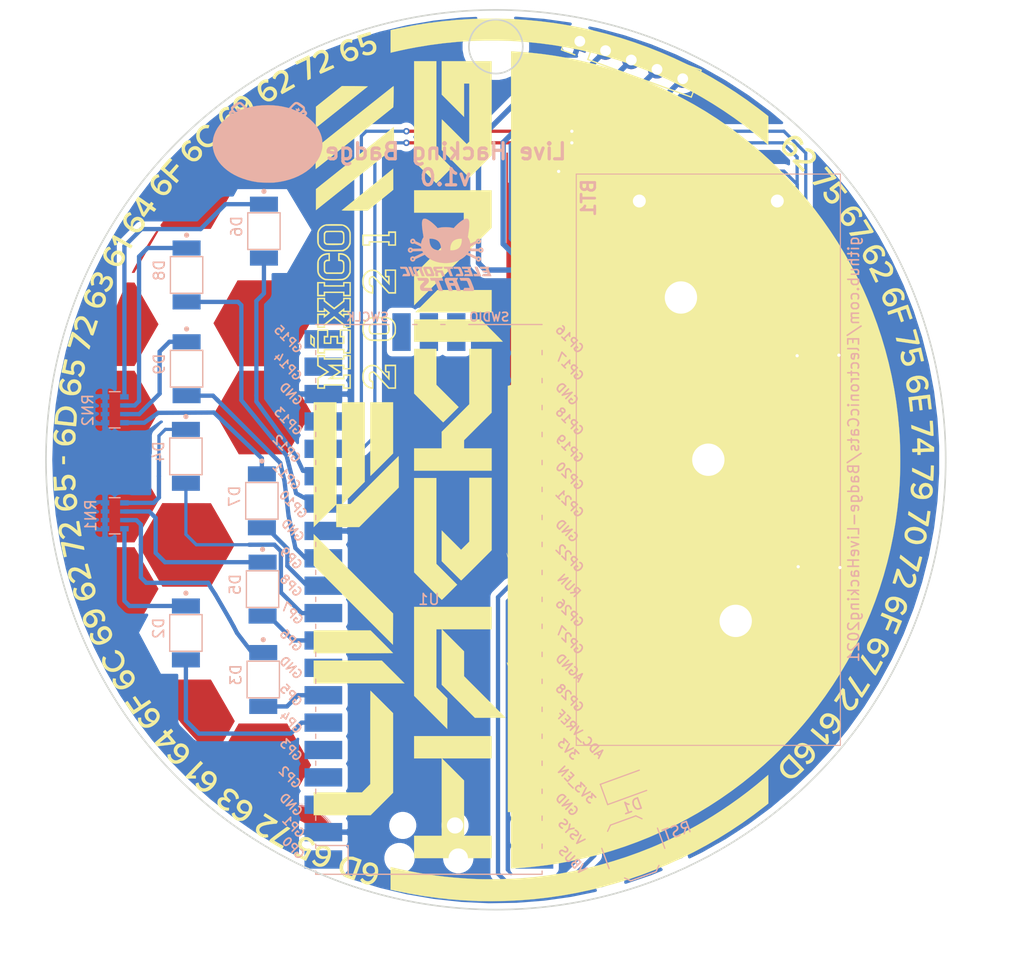
<source format=kicad_pcb>
(kicad_pcb (version 20171130) (host pcbnew "(5.1.10)-1")
  (title_block (title "Live Hacking badge") (date 2021-08-14) (rev v1.0) (company "Electronic Cats") (comment 4 "Eduardo Contreras"))
  (layers (0 Top signal) (31 Bottom signal) (34 B.Paste user) (35 F.Paste user) (36 B.SilkS user) (37 F.SilkS user) (38 B.Mask user) (39 F.Mask user) (44 Edge.Cuts user))
  (net 0 "")
  (net 1 +BATT)
  (net 2 "Net-(D1-Pad1)")
  (net 3 GND)
  (net 4 /LED1)
  (net 5 "Net-(D2-Pad1)")
  (net 6 /LED2)
  (net 7 "Net-(D3-Pad1)")
  (net 8 /LED4)
  (net 9 "Net-(D4-Pad1)")
  (net 10 /LED3)
  (net 11 "Net-(D5-Pad1)")
  (net 12 /LED8)
  (net 13 "Net-(D6-Pad1)")
  (net 14 /LED5)
  (net 15 "Net-(D7-Pad1)")
  (net 16 /LED7)
  (net 17 "Net-(D8-Pad1)")
  (net 18 /LED6)
  (net 19 "Net-(D9-Pad1)")
  (net 20 +3V3)
  (net 21 /ADC0)
  (net 22 /GPIO19)
  (net 23 /GPIO18)
  (net 24 /RUN_RESET)
  (net 25 /BTN2)
  (net 26 /BTN1)
  (net 27 "Net-(U1-Pad1)")
  (net 28 "Net-(U1-Pad3)")
  (net 29 "Net-(U1-Pad4)")
  (net 30 "Net-(U1-Pad5)")
  (net 31 "Net-(U1-Pad19)")
  (net 32 "Net-(U1-Pad20)")
  (net 33 "Net-(U1-Pad40)")
  (net 34 "Net-(U1-Pad37)")
  (net 35 "Net-(U1-Pad35)")
  (net 36 "Net-(U1-Pad34)")
  (net 37 "Net-(U1-Pad33)")
  (net 38 "Net-(U1-Pad32)")
  (net 39 "Net-(U1-Pad29)")
  (net 40 "Net-(U1-Pad27)")
  (net 41 "Net-(U1-Pad26)")
  (net 42 "Net-(U1-Pad22)")
  (net 43 "Net-(U1-Pad21)")
  (net 44 "Net-(U1-Pad41)")
  (net 45 "Net-(U1-Pad42)")
  (net 46 "Net-(U1-Pad43)")
  (module Badge-LiveHacking:logoMeli (layer Bottom) (at 132.334 52.578 180)
    (fp_text reference Ref** hide)
    (fp_text value Val** hide)
  )
  (module Badge-LiveHacking:12BH423GR (layer Bottom) (at 179.6105 57.999 90)
    (fp_text reference BT1 (at 0.299 -17.5105 90) (layer B.SilkS) (effects (font (size 1.27 1.27) (thickness 0.254)) (justify mirror)))
    (fp_text value Battery_Cell hide)
    (pad 5 thru_hole circle (at -38.95 -3.86 90) (size 4.5 4.5) (drill 3) (layers *.Cu *.Mask))
    (pad 4 thru_hole circle (at -8.95 -8.94 90) (size 4.5 4.5) (drill 3) (layers *.Cu *.Mask))
    (pad 3 thru_hole circle (at -24 -6.4 90) (size 4.5 4.5) (drill 3) (layers *.Cu *.Mask))
    (pad 1 thru_hole circle (at 0 -12.8 90) (size 1.8 1.8) (drill 1.2) (layers *.Cu *.Mask) (net 1 +BATT))
    (pad 2 thru_hole circle (at 0 0 90) (size 1.8 1.8) (drill 1.2) (layers *.Cu *.Mask) (net 3 GND))
  )
  (module Diode_SMD:D_SOD-123F (layer Bottom) (at 165.6 112.3 20)
    (fp_text reference D1 (at -0.127 1.905 200) (layer B.SilkS) (effects (justify mirror)))
    (fp_text value MBR120)
    (pad 2 smd rect (at 1.4 0 20) (size 1.1 1.1) (layers Bottom B.Paste B.Mask) (net 1 +BATT))
    (pad 1 smd rect (at -1.4 0 20) (size 1.1 1.1) (layers Bottom B.Paste B.Mask) (net 2 "Net-(D1-Pad1)"))
  )
  (module Badge-LiveHacking:RPi_Pico_SMD_TH (layer Bottom) (at 147.289 94.956)
    (fp_text reference U1 (at 0 0 180) (layer B.SilkS) (effects (justify mirror)))
    (fp_text value Pico)
    (fp_text user GP1 (at -12.564 21.094 -225) (layer B.SilkS) (effects (font (size 0.8 0.8)) (justify mirror)))
    (fp_text user GP2 (at -12.9 16.51 -225) (layer B.SilkS) (effects (font (size 0.8 0.8)) (justify mirror)))
    (fp_text user GP0 (at -12.589 23.069 -225) (layer B.SilkS) (effects (font (size 0.8 0.8)) (justify mirror)))
    (fp_text user GP3 (at -12.8 13.97 -225) (layer B.SilkS) (effects (font (size 0.8 0.8)) (justify mirror)))
    (fp_text user GP4 (at -12.8 11.43 -225) (layer B.SilkS) (effects (font (size 0.8 0.8)) (justify mirror)))
    (fp_text user GP5 (at -12.8 8.89 -225) (layer B.SilkS) (effects (font (size 0.8 0.8)) (justify mirror)))
    (fp_text user GP6 (at -12.8 3.81 -225) (layer B.SilkS) (effects (font (size 0.8 0.8)) (justify mirror)))
    (fp_text user GP7 (at -12.7 1.3 -225) (layer B.SilkS) (effects (font (size 0.8 0.8)) (justify mirror)))
    (fp_text user GP8 (at -12.8 -1.27 -225) (layer B.SilkS) (effects (font (size 0.8 0.8)) (justify mirror)))
    (fp_text user GP9 (at -12.8 -3.81 -225) (layer B.SilkS) (effects (font (size 0.8 0.8)) (justify mirror)))
    (fp_text user GP10 (at -12.589 -8.806 -225) (layer B.SilkS) (effects (font (size 0.8 0.8)) (justify mirror)))
    (fp_text user GP11 (at -13.2 -11.43 -225) (layer B.SilkS) (effects (font (size 0.8 0.8)) (justify mirror)))
    (fp_text user GP12 (at -13.2 -13.97 -225) (layer B.SilkS) (effects (font (size 0.8 0.8)) (justify mirror)))
    (fp_text user GP13 (at -13.054 -16.51 -225) (layer B.SilkS) (effects (font (size 0.8 0.8)) (justify mirror)))
    (fp_text user GP14 (at -13.1 -21.59 -225) (layer B.SilkS) (effects (font (size 0.8 0.8)) (justify mirror)))
    (fp_text user GP15 (at -13.054 -24.13 -225) (layer B.SilkS) (effects (font (size 0.8 0.8)) (justify mirror)))
    (fp_text user GP16 (at 13.054 -24.13 -225) (layer B.SilkS) (effects (font (size 0.8 0.8)) (justify mirror)))
    (fp_text user GP17 (at 13.054 -21.59 -225) (layer B.SilkS) (effects (font (size 0.8 0.8)) (justify mirror)))
    (fp_text user GP18 (at 13.054 -16.51 -225) (layer B.SilkS) (effects (font (size 0.8 0.8)) (justify mirror)))
    (fp_text user GP19 (at 13.054 -13.97 -225) (layer B.SilkS) (effects (font (size 0.8 0.8)) (justify mirror)))
    (fp_text user GP20 (at 13.054 -11.43 -225) (layer B.SilkS) (effects (font (size 0.8 0.8)) (justify mirror)))
    (fp_text user GP21 (at 13.054 -8.9 -225) (layer B.SilkS) (effects (font (size 0.8 0.8)) (justify mirror)))
    (fp_text user GP22 (at 13.054 -3.81 -225) (layer B.SilkS) (effects (font (size 0.8 0.8)) (justify mirror)))
    (fp_text user RUN (at 13 -1.27 -225) (layer B.SilkS) (effects (font (size 0.8 0.8)) (justify mirror)))
    (fp_text user GP26 (at 13.054 1.27 -225) (layer B.SilkS) (effects (font (size 0.8 0.8)) (justify mirror)))
    (fp_text user GP27 (at 13.054 3.8 -225) (layer B.SilkS) (effects (font (size 0.8 0.8)) (justify mirror)))
    (fp_text user GP28 (at 13.054 9.144 -225) (layer B.SilkS) (effects (font (size 0.8 0.8)) (justify mirror)))
    (fp_text user ADC_VREF (at 14 12.5 -225) (layer B.SilkS) (effects (font (size 0.8 0.8)) (justify mirror)))
    (fp_text user 3V3 (at 12.9 13.9 -225) (layer B.SilkS) (effects (font (size 0.8 0.8)) (justify mirror)))
    (fp_text user 3V3_EN (at 13.7 17.2 -225) (layer B.SilkS) (effects (font (size 0.8 0.8)) (justify mirror)))
    (fp_text user VSYS (at 13.2 21.59 -225) (layer B.SilkS) (effects (font (size 0.8 0.8)) (justify mirror)))
    (fp_text user VBUS (at 13.3 24.2 -225) (layer B.SilkS) (effects (font (size 0.8 0.8)) (justify mirror)))
    (fp_text user GND (at -12.8 19.05 -225) (layer B.SilkS) (effects (font (size 0.8 0.8)) (justify mirror)))
    (fp_text user GND (at -12.8 6.35 -225) (layer B.SilkS) (effects (font (size 0.8 0.8)) (justify mirror)))
    (fp_text user GND (at -12.639 -6.406 -225) (layer B.SilkS) (effects (font (size 0.8 0.8)) (justify mirror)))
    (fp_text user GND (at -12.8 -19.05 -225) (layer B.SilkS) (effects (font (size 0.8 0.8)) (justify mirror)))
    (fp_text user GND (at 12.8 -19.05 -225) (layer B.SilkS) (effects (font (size 0.8 0.8)) (justify mirror)))
    (fp_text user GND (at 12.8 -6.35 -225) (layer B.SilkS) (effects (font (size 0.8 0.8)) (justify mirror)))
    (fp_text user GND (at 12.8 19.05 -225) (layer B.SilkS) (effects (font (size 0.8 0.8)) (justify mirror)))
    (fp_text user AGND (at 13.054 6.35 -225) (layer B.SilkS) (effects (font (size 0.8 0.8)) (justify mirror)))
    (fp_text user SWCLK (at -5.7 -26.2 180) (layer B.SilkS) (effects (font (size 0.8 0.8)) (justify mirror)))
    (fp_text user SWDIO (at 5.6 -26.2 180) (layer B.SilkS) (effects (font (size 0.8 0.8)) (justify mirror)))
    (pad 1 smd rect (at -8.89 24.13) (size 3.5 1.7) (drill (offset -0.9 0)) (layers Bottom B.Mask) (net 27 "Net-(U1-Pad1)"))
    (pad 2 smd rect (at -8.89 21.59) (size 3.5 1.7) (drill (offset -0.9 0)) (layers Bottom B.Mask) (net 3 GND))
    (pad 3 smd rect (at -8.89 19.05) (size 3.5 1.7) (drill (offset -0.9 0)) (layers Bottom B.Mask) (net 28 "Net-(U1-Pad3)"))
    (pad 4 smd rect (at -8.89 16.51) (size 3.5 1.7) (drill (offset -0.9 0)) (layers Bottom B.Mask) (net 29 "Net-(U1-Pad4)"))
    (pad 5 smd rect (at -8.89 13.97) (size 3.5 1.7) (drill (offset -0.9 0)) (layers Bottom B.Mask) (net 30 "Net-(U1-Pad5)"))
    (pad 6 smd rect (at -8.89 11.43) (size 3.5 1.7) (drill (offset -0.9 0)) (layers Bottom B.Mask) (net 4 /LED1))
    (pad 7 smd rect (at -8.89 8.89) (size 3.5 1.7) (drill (offset -0.9 0)) (layers Bottom B.Mask) (net 6 /LED2))
    (pad 8 smd rect (at -8.89 6.35) (size 3.5 1.7) (drill (offset -0.9 0)) (layers Bottom B.Mask) (net 3 GND))
    (pad 9 smd rect (at -8.89 3.81) (size 3.5 1.7) (drill (offset -0.9 0)) (layers Bottom B.Mask) (net 10 /LED3))
    (pad 10 smd rect (at -8.89 1.27) (size 3.5 1.7) (drill (offset -0.9 0)) (layers Bottom B.Mask) (net 8 /LED4))
    (pad 11 smd rect (at -8.89 -1.27) (size 3.5 1.7) (drill (offset -0.9 0)) (layers Bottom B.Mask) (net 14 /LED5))
    (pad 12 smd rect (at -8.89 -3.81) (size 3.5 1.7) (drill (offset -0.9 0)) (layers Bottom B.Mask) (net 18 /LED6))
    (pad 13 smd rect (at -8.89 -6.35) (size 3.5 1.7) (drill (offset -0.9 0)) (layers Bottom B.Mask) (net 3 GND))
    (pad 14 smd rect (at -8.89 -8.89) (size 3.5 1.7) (drill (offset -0.9 0)) (layers Bottom B.Mask) (net 16 /LED7))
    (pad 15 smd rect (at -8.89 -11.43) (size 3.5 1.7) (drill (offset -0.9 0)) (layers Bottom B.Mask) (net 12 /LED8))
    (pad 16 smd rect (at -8.89 -13.97) (size 3.5 1.7) (drill (offset -0.9 0)) (layers Bottom B.Mask) (net 25 /BTN2))
    (pad 17 smd rect (at -8.89 -16.51) (size 3.5 1.7) (drill (offset -0.9 0)) (layers Bottom B.Mask) (net 26 /BTN1))
    (pad 18 smd rect (at -8.89 -19.05) (size 3.5 1.7) (drill (offset -0.9 0)) (layers Bottom B.Mask) (net 3 GND))
    (pad 19 smd rect (at -8.89 -21.59) (size 3.5 1.7) (drill (offset -0.9 0)) (layers Bottom B.Mask) (net 31 "Net-(U1-Pad19)"))
    (pad 20 smd rect (at -8.89 -24.13) (size 3.5 1.7) (drill (offset -0.9 0)) (layers Bottom B.Mask) (net 32 "Net-(U1-Pad20)"))
    (pad 40 smd rect (at 8.89 24.13) (size 3.5 1.7) (drill (offset 0.9 0)) (layers Bottom B.Mask) (net 33 "Net-(U1-Pad40)"))
    (pad 39 smd rect (at 8.89 21.59) (size 3.5 1.7) (drill (offset 0.9 0)) (layers Bottom B.Mask) (net 2 "Net-(D1-Pad1)"))
    (pad 38 smd rect (at 8.89 19.05) (size 3.5 1.7) (drill (offset 0.9 0)) (layers Bottom B.Mask) (net 3 GND))
    (pad 37 smd rect (at 8.89 16.51) (size 3.5 1.7) (drill (offset 0.9 0)) (layers Bottom B.Mask) (net 34 "Net-(U1-Pad37)"))
    (pad 36 smd rect (at 8.89 13.97) (size 3.5 1.7) (drill (offset 0.9 0)) (layers Bottom B.Mask) (net 20 +3V3))
    (pad 35 smd rect (at 8.89 11.43) (size 3.5 1.7) (drill (offset 0.9 0)) (layers Bottom B.Mask) (net 35 "Net-(U1-Pad35)"))
    (pad 34 smd rect (at 8.89 8.89) (size 3.5 1.7) (drill (offset 0.9 0)) (layers Bottom B.Mask) (net 36 "Net-(U1-Pad34)"))
    (pad 33 smd rect (at 8.89 6.35) (size 3.5 1.7) (drill (offset 0.9 0)) (layers Bottom B.Mask) (net 37 "Net-(U1-Pad33)"))
    (pad 32 smd rect (at 8.89 3.81) (size 3.5 1.7) (drill (offset 0.9 0)) (layers Bottom B.Mask) (net 38 "Net-(U1-Pad32)"))
    (pad 31 smd rect (at 8.89 1.27) (size 3.5 1.7) (drill (offset 0.9 0)) (layers Bottom B.Mask) (net 21 /ADC0))
    (pad 30 smd rect (at 8.89 -1.27) (size 3.5 1.7) (drill (offset 0.9 0)) (layers Bottom B.Mask) (net 24 /RUN_RESET))
    (pad 29 smd rect (at 8.89 -3.81) (size 3.5 1.7) (drill (offset 0.9 0)) (layers Bottom B.Mask) (net 39 "Net-(U1-Pad29)"))
    (pad 28 smd rect (at 8.89 -6.35) (size 3.5 1.7) (drill (offset 0.9 0)) (layers Bottom B.Mask) (net 3 GND))
    (pad 27 smd rect (at 8.89 -8.89) (size 3.5 1.7) (drill (offset 0.9 0)) (layers Bottom B.Mask) (net 40 "Net-(U1-Pad27)"))
    (pad 26 smd rect (at 8.89 -11.43) (size 3.5 1.7) (drill (offset 0.9 0)) (layers Bottom B.Mask) (net 41 "Net-(U1-Pad26)"))
    (pad 25 smd rect (at 8.89 -13.97) (size 3.5 1.7) (drill (offset 0.9 0)) (layers Bottom B.Mask) (net 22 /GPIO19))
    (pad 24 smd rect (at 8.89 -16.51) (size 3.5 1.7) (drill (offset 0.9 0)) (layers Bottom B.Mask) (net 23 /GPIO18))
    (pad 23 smd rect (at 8.89 -19.05) (size 3.5 1.7) (drill (offset 0.9 0)) (layers Bottom B.Mask) (net 3 GND))
    (pad 22 smd rect (at 8.89 -21.59) (size 3.5 1.7) (drill (offset 0.9 0)) (layers Bottom B.Mask) (net 42 "Net-(U1-Pad22)"))
    (pad 21 smd rect (at 8.89 -24.13) (size 3.5 1.7) (drill (offset 0.9 0)) (layers Bottom B.Mask) (net 43 "Net-(U1-Pad21)"))
    (pad "" np_thru_hole oval (at -2.725 24) (size 1.8 1.8) (drill 1.8) (layers *.Cu *.Mask))
    (pad "" np_thru_hole oval (at 2.725 24) (size 1.8 1.8) (drill 1.8) (layers *.Cu *.Mask))
    (pad "" np_thru_hole oval (at -2.425 20.97) (size 1.5 1.5) (drill 1.5) (layers *.Cu *.Mask))
    (pad "" np_thru_hole oval (at 2.425 20.97) (size 1.5 1.5) (drill 1.5) (layers *.Cu *.Mask))
    (pad 41 smd rect (at -2.54 -23.9 270) (size 3.5 1.7) (drill (offset -0.9 0)) (layers Bottom B.Mask) (net 44 "Net-(U1-Pad41)"))
    (pad 42 smd rect (at 0 -23.9 270) (size 3.5 1.7) (drill (offset -0.9 0)) (layers Bottom B.Mask) (net 45 "Net-(U1-Pad42)"))
    (pad 43 smd rect (at 2.54 -23.9 270) (size 3.5 1.7) (drill (offset -0.9 0)) (layers Bottom B.Mask) (net 46 "Net-(U1-Pad43)"))
  )
  (module Resistor_SMD:R_Array_Convex_4x0603 (layer Bottom) (at 118.1425 77.3665)
    (fp_text reference RN2 (at -2.4925 0.0335 -90) (layer B.SilkS) (effects (justify mirror)))
    (fp_text value R_Pack04)
    (pad 5 smd rect (at 0.9 -1.2) (size 0.8 0.5) (layers Bottom B.Paste B.Mask) (net 13 "Net-(D6-Pad1)"))
    (pad 6 smd rect (at 0.9 -0.4) (size 0.8 0.4) (layers Bottom B.Paste B.Mask) (net 17 "Net-(D8-Pad1)"))
    (pad 8 smd rect (at 0.9 1.2) (size 0.8 0.5) (layers Bottom B.Paste B.Mask) (net 15 "Net-(D7-Pad1)"))
    (pad 7 smd rect (at 0.9 0.4) (size 0.8 0.4) (layers Bottom B.Paste B.Mask) (net 19 "Net-(D9-Pad1)"))
    (pad 4 smd rect (at -0.9 -1.2) (size 0.8 0.5) (layers Bottom B.Paste B.Mask) (net 3 GND))
    (pad 2 smd rect (at -0.9 0.4) (size 0.8 0.4) (layers Bottom B.Paste B.Mask) (net 3 GND))
    (pad 3 smd rect (at -0.9 -0.4) (size 0.8 0.4) (layers Bottom B.Paste B.Mask) (net 3 GND))
    (pad 1 smd rect (at -0.9 1.2) (size 0.8 0.5) (layers Bottom B.Paste B.Mask) (net 3 GND))
  )
  (module Resistor_SMD:R_Array_Convex_4x0603 (layer Bottom) (at 118.1425 87.2)
    (fp_text reference RN1 (at -2.225 -0.025 -90) (layer B.SilkS) (effects (justify mirror)))
    (fp_text value R_Pack04)
    (pad 5 smd rect (at 0.9 -1.2) (size 0.8 0.5) (layers Bottom B.Paste B.Mask) (net 9 "Net-(D4-Pad1)"))
    (pad 6 smd rect (at 0.9 -0.4) (size 0.8 0.4) (layers Bottom B.Paste B.Mask) (net 11 "Net-(D5-Pad1)"))
    (pad 8 smd rect (at 0.9 1.2) (size 0.8 0.5) (layers Bottom B.Paste B.Mask) (net 5 "Net-(D2-Pad1)"))
    (pad 7 smd rect (at 0.9 0.4) (size 0.8 0.4) (layers Bottom B.Paste B.Mask) (net 7 "Net-(D3-Pad1)"))
    (pad 4 smd rect (at -0.9 -1.2) (size 0.8 0.5) (layers Bottom B.Paste B.Mask) (net 3 GND))
    (pad 2 smd rect (at -0.9 0.4) (size 0.8 0.4) (layers Bottom B.Paste B.Mask) (net 3 GND))
    (pad 3 smd rect (at -0.9 -0.4) (size 0.8 0.4) (layers Bottom B.Paste B.Mask) (net 3 GND))
    (pad 1 smd rect (at -0.9 1.2) (size 0.8 0.5) (layers Bottom B.Paste B.Mask) (net 3 GND))
  )
  (module Button_Switch_SMD:SW_SPST_TL3342 (layer Top) (at 183.5 96.6705 90)
    (fp_text reference SW3 (at 0 -3.75 90) (layer F.SilkS))
    (fp_text value SW_Push)
    (pad 2 smd rect (at 3.15 1.9 90) (size 1.7 1) (layers Top F.Paste F.Mask) (net 3 GND))
    (pad 2 smd rect (at -3.15 1.9 90) (size 1.7 1) (layers Top F.Paste F.Mask) (net 3 GND))
    (pad 1 smd rect (at 3.15 -1.9 90) (size 1.7 1) (layers Top F.Paste F.Mask) (net 26 /BTN1))
    (pad 1 smd rect (at -3.15 -1.9 90) (size 1.7 1) (layers Top F.Paste F.Mask) (net 26 /BTN1))
  )
  (module Button_Switch_SMD:SW_SPST_TL3342 (layer Top) (at 183.5 67.3335 90)
    (fp_text reference SW2 (at 0 -3.75 90) (layer F.SilkS))
    (fp_text value SW_Push)
    (pad 2 smd rect (at 3.15 1.9 90) (size 1.7 1) (layers Top F.Paste F.Mask) (net 3 GND))
    (pad 2 smd rect (at -3.15 1.9 90) (size 1.7 1) (layers Top F.Paste F.Mask) (net 3 GND))
    (pad 1 smd rect (at 3.15 -1.9 90) (size 1.7 1) (layers Top F.Paste F.Mask) (net 25 /BTN2))
    (pad 1 smd rect (at -3.15 -1.9 90) (size 1.7 1) (layers Top F.Paste F.Mask) (net 25 /BTN2))
  )
  (module Button_Switch_SMD:SW_SPST_TL3342 (layer Bottom) (at 166.25 118.05 200)
    (fp_text reference SW1)
    (fp_text value RST (at -4.352987 0.118327 20) (layer B.SilkS) (effects (justify mirror)))
    (pad 1 smd rect (at -3.15 1.9 200) (size 1.7 1) (layers Bottom B.Paste B.Mask) (net 24 /RUN_RESET))
    (pad 1 smd rect (at 3.15 1.9 200) (size 1.7 1) (layers Bottom B.Paste B.Mask) (net 24 /RUN_RESET))
    (pad 2 smd rect (at -3.15 -1.9 200) (size 1.7 1) (layers Bottom B.Paste B.Mask) (net 3 GND))
    (pad 2 smd rect (at 3.15 -1.9 200) (size 1.7 1) (layers Bottom B.Paste B.Mask) (net 3 GND))
  )
  (module Connector_PinHeader_2.54mm:PinHeader_1x05_P2.54mm_Vertical (layer Top) (at 161.29 43.18 70)
    (fp_text reference J1 (at 0 -2.33 70) (layer F.SilkS))
    (fp_text value Conn_01x05)
    (pad 5 thru_hole oval (at 0 10.16 70) (size 1.7 1.7) (drill 1) (layers *.Cu *.Mask) (net 20 +3V3))
    (pad 4 thru_hole oval (at 0 7.62 70) (size 1.7 1.7) (drill 1) (layers *.Cu *.Mask) (net 21 /ADC0))
    (pad 3 thru_hole oval (at 0 5.08 70) (size 1.7 1.7) (drill 1) (layers *.Cu *.Mask) (net 22 /GPIO19))
    (pad 2 thru_hole oval (at 0 2.54 70) (size 1.7 1.7) (drill 1) (layers *.Cu *.Mask) (net 23 /GPIO18))
    (pad 1 thru_hole rect (at 0 0 70) (size 1.7 1.7) (drill 1) (layers *.Cu *.Mask) (net 3 GND))
  )
  (module Badge-LiveHacking:LYT77K-K2M1-NoHole (layer Bottom) (at 124.81 73.5565 270)
    (fp_text reference D9 (at -0.43011 2.5356 90) (layer B.SilkS) (effects (justify mirror)))
    (fp_text value LED)
    (pad 2 smd rect (at 2.5 0 270) (size 1.4 2.6) (layers Bottom B.Paste B.Mask) (net 18 /LED6))
    (pad 1 smd rect (at -2.5 0 270) (size 1.4 2.6) (layers Bottom B.Paste B.Mask) (net 19 "Net-(D9-Pad1)"))
  )
  (module Badge-LiveHacking:LYT77K-K2M1-NoHole (layer Bottom) (at 124.81 64.857 270)
    (fp_text reference D8 (at -0.43011 2.5356 90) (layer B.SilkS) (effects (justify mirror)))
    (fp_text value LED)
    (pad 2 smd rect (at 2.5 0 270) (size 1.4 2.6) (layers Bottom B.Paste B.Mask) (net 16 /LED7))
    (pad 1 smd rect (at -2.5 0 270) (size 1.4 2.6) (layers Bottom B.Paste B.Mask) (net 17 "Net-(D8-Pad1)"))
  )
  (module Badge-LiveHacking:LYT77K-K2M1-NoHole (layer Bottom) (at 131.795 85.812 270)
    (fp_text reference D7 (at -0.43011 2.5356 90) (layer B.SilkS) (effects (justify mirror)))
    (fp_text value LED)
    (pad 2 smd rect (at 2.5 0 270) (size 1.4 2.6) (layers Bottom B.Paste B.Mask) (net 14 /LED5))
    (pad 1 smd rect (at -2.5 0 270) (size 1.4 2.6) (layers Bottom B.Paste B.Mask) (net 15 "Net-(D7-Pad1)"))
  )
  (module Badge-LiveHacking:LYT77K-K2M1-NoHole (layer Bottom) (at 131.9855 60.793 270)
    (fp_text reference D6 (at -0.43011 2.5356 90) (layer B.SilkS) (effects (justify mirror)))
    (fp_text value LED)
    (pad 2 smd rect (at 2.5 0 270) (size 1.4 2.6) (layers Bottom B.Paste B.Mask) (net 12 /LED8))
    (pad 1 smd rect (at -2.5 0 270) (size 1.4 2.6) (layers Bottom B.Paste B.Mask) (net 13 "Net-(D6-Pad1)"))
  )
  (module Badge-LiveHacking:LYT77K-K2M1-NoHole (layer Bottom) (at 131.8585 94.0035 270)
    (fp_text reference D5 (at -0.43011 2.5356 90) (layer B.SilkS) (effects (justify mirror)))
    (fp_text value LED)
    (pad 2 smd rect (at 2.5 0 270) (size 1.4 2.6) (layers Bottom B.Paste B.Mask) (net 10 /LED3))
    (pad 1 smd rect (at -2.5 0 270) (size 1.4 2.6) (layers Bottom B.Paste B.Mask) (net 11 "Net-(D5-Pad1)"))
  )
  (module Badge-LiveHacking:LYT77K-K2M1-NoHole (layer Bottom) (at 124.7465 81.6845 270)
    (fp_text reference D4 (at -0.43011 2.5356 90) (layer B.SilkS) (effects (justify mirror)))
    (fp_text value LED)
    (pad 2 smd rect (at 2.5 0 270) (size 1.4 2.6) (layers Bottom B.Paste B.Mask) (net 8 /LED4))
    (pad 1 smd rect (at -2.5 0 270) (size 1.4 2.6) (layers Bottom B.Paste B.Mask) (net 9 "Net-(D4-Pad1)"))
  )
  (module Badge-LiveHacking:LYT77K-K2M1-NoHole (layer Bottom) (at 131.922 102.3855 270)
    (fp_text reference D3 (at -0.43011 2.5356 90) (layer B.SilkS) (effects (justify mirror)))
    (fp_text value LED)
    (pad 2 smd rect (at 2.5 0 270) (size 1.4 2.6) (layers Bottom B.Paste B.Mask) (net 6 /LED2))
    (pad 1 smd rect (at -2.5 0 270) (size 1.4 2.6) (layers Bottom B.Paste B.Mask) (net 7 "Net-(D3-Pad1)"))
  )
  (module Badge-LiveHacking:LYT77K-K2M1-NoHole (layer Bottom) (at 124.7465 98.0675 270)
    (fp_text reference D2 (at -0.43011 2.5356 90) (layer B.SilkS) (effects (justify mirror)))
    (fp_text value LED)
    (pad 2 smd rect (at 2.5 0 270) (size 1.4 2.6) (layers Bottom B.Paste B.Mask) (net 4 /LED1))
    (pad 1 smd rect (at -2.5 0 270) (size 1.4 2.6) (layers Bottom B.Paste B.Mask) (net 5 "Net-(D2-Pad1)"))
  )
  (module Aesthetics:electronic_cats_logo_8x6 (layer Bottom) (at 148.844 62.992 180)
    (fp_text reference G*** hide)
    (fp_text value LOGO hide)
  )
  (module ML_LiveHacking_MLM (layer Top) (at 153.0675 82.002)
    (fp_text reference Ref** hide)
    (fp_text value Val** hide)
    (fp_poly (pts (xy -18.659789 -32.804853) (xy -18.643937 -32.780033) (xy -18.609258 -32.722024) (xy -18.557549 -32.633968) (xy -18.490607 -32.519006) (xy -18.410227 -32.38028) (xy -18.318206 -32.220932) (xy -18.216339 -32.044103) (xy -18.106424 -31.852936) (xy -17.990256 -31.650572) (xy -17.869632 -31.440151) (xy -17.746348 -31.224817) (xy -17.622199 -31.007711) (xy -17.498984 -30.791974) (xy -17.378496 -30.580749) (xy -17.262534 -30.377176) (xy -17.152893 -30.184397) (xy -17.051369 -30.005555) (xy -16.959758 -29.843791) (xy -16.879858 -29.702245) (xy -16.813463 -29.584061) (xy -16.762371 -29.49238) (xy -16.728377 -29.430343) (xy -16.713278 -29.401093) (xy -16.712666 -29.399296) (xy -16.723038 -29.376811) (xy -16.753247 -29.32015) (xy -16.801903 -29.231762) (xy -16.867615 -29.114096) (xy -16.948992 -28.969604) (xy -17.044645 -28.800734) (xy -17.153183 -28.609936) (xy -17.273215 -28.399661) (xy -17.403351 -28.172358) (xy -17.5422 -27.930476) (xy -17.688373 -27.676467) (xy -17.820908 -27.446671) (xy -18.92922 -25.527) (xy -21.175068 -25.527407) (xy -23.420917 -25.527814) (xy -24.16175 -26.811168) (xy -24.286042 -27.026556) (xy -24.404798 -27.232499) (xy -24.516213 -27.425858) (xy -24.618483 -27.603491) (xy -24.709802 -27.762261) (xy -24.788364 -27.899026) (xy -24.852365 -28.010648) (xy -24.9 -28.093987) (xy -24.929463 -28.145903) (xy -24.938116 -28.161501) (xy -24.973649 -28.22848) (xy -24.6312 -28.526717) (xy -23.813302 -29.221308) (xy -22.995531 -29.879765) (xy -22.1705 -30.507614) (xy -21.33082 -31.110383) (xy -20.469104 -31.693598) (xy -19.947669 -32.030568) (xy -19.837171 -32.100187) (xy -19.711861 -32.178132) (xy -19.576356 -32.261628) (xy -19.435272 -32.347899) (xy -19.293227 -32.434169) (xy -19.154838 -32.517662) (xy -19.02472 -32.595603) (xy -18.907493 -32.665217) (xy -18.807771 -32.723726) (xy -18.730172 -32.768357) (xy -18.679313 -32.796332) (xy -18.659811 -32.804877) (xy -18.659789 -32.804853)) (layer Top) (width 0.01))
    (fp_poly (pts (xy -25.286665 -27.916568) (xy -25.267439 -27.887058) (xy -25.230109 -27.825231) (xy -25.176726 -27.7347) (xy -25.109345 -27.619077) (xy -25.030018 -27.481977) (xy -24.940799 -27.327013) (xy -24.84374 -27.157799) (xy -24.740895 -26.977947) (xy -24.634317 -26.791072) (xy -24.526059 -26.600788) (xy -24.418174 -26.410707) (xy -24.312716 -26.224443) (xy -24.211737 -26.045609) (xy -24.11729 -25.87782) (xy -24.03143 -25.724689) (xy -23.956208 -25.589829) (xy -23.893678 -25.476853) (xy -23.845894 -25.389376) (xy -23.814908 -25.33101) (xy -23.802773 -25.30537) (xy -23.802675 -25.30475) (xy -23.813139 -25.280973) (xy -23.843466 -25.223049) (xy -23.892264 -25.133442) (xy -23.958138 -25.014615) (xy -24.039697 -24.86903) (xy -24.135547 -24.699152) (xy -24.244294 -24.507442) (xy -24.364545 -24.296365) (xy -24.494908 -24.068383) (xy -24.633988 -23.825959) (xy -24.780393 -23.571556) (xy -24.913135 -23.341542) (xy -26.02311 -21.420667) (xy -30.496653 -21.420667) (xy -30.689463 -21.760983) (xy -30.528299 -21.9877) (xy -29.971468 -22.751713) (xy -29.403572 -23.491862) (xy -28.818073 -24.216126) (xy -28.208433 -24.93249) (xy -27.568111 -25.648936) (xy -27.227492 -26.01707) (xy -27.108389 -26.143049) (xy -26.975724 -26.281061) (xy -26.832342 -26.428322) (xy -26.681088 -26.582046) (xy -26.52481 -26.739448) (xy -26.366351 -26.897744) (xy -26.208558 -27.054148) (xy -26.054276 -27.205874) (xy -25.906352 -27.350138) (xy -25.76763 -27.484156) (xy -25.640957 -27.605141) (xy -25.529178 -27.710308) (xy -25.435139 -27.796873) (xy -25.361686 -27.862051) (xy -25.311663 -27.903056) (xy -25.287918 -27.917103) (xy -25.286665 -27.916568)) (layer Top) (width 0.01))
    (fp_poly (pts (xy -30.94319 -21.340826) (xy -30.916387 -21.300175) (xy -30.907823 -21.28594) (xy -30.865798 -21.214713) (xy -31.982627 -19.280398) (xy -33.099455 -17.346083) (xy -33.218478 -17.339736) (xy -33.28298 -17.33825) (xy -33.326203 -17.340999) (xy -33.3375 -17.345556) (xy -33.327249 -17.376451) (xy -33.297864 -17.440273) (xy -33.251394 -17.533297) (xy -33.189889 -17.651798) (xy -33.1154 -17.792051) (xy -33.029976 -17.950332) (xy -32.935668 -18.122915) (xy -32.834526 -18.306077) (xy -32.7286 -18.496092) (xy -32.619939 -18.689235) (xy -32.510594 -18.881783) (xy -32.402615 -19.07001) (xy -32.298053 -19.250191) (xy -32.198956 -19.418602) (xy -32.166386 -19.473333) (xy -32.07812 -19.619884) (xy -31.98073 -19.779311) (xy -31.87658 -19.94793) (xy -31.768033 -20.122057) (xy -31.657451 -20.298008) (xy -31.547197 -20.4721) (xy -31.439635 -20.640648) (xy -31.337126 -20.79997) (xy -31.242035 -20.94638) (xy -31.156724 -21.076196) (xy -31.083556 -21.185733) (xy -31.024894 -21.271307) (xy -30.983101 -21.329236) (xy -30.96054 -21.355834) (xy -30.958032 -21.357167) (xy -30.94319 -21.340826)) (layer Top) (width 0.01))
    (fp_poly (pts (xy -33.447016 -16.441702) (xy -33.098821 -16.435917) (xy -31.982433 -14.502119) (xy -30.866045 -12.568322) (xy -31.143981 -12.086592) (xy -31.200244 -11.989039) (xy -31.275254 -11.858924) (xy -31.366636 -11.70037) (xy -31.472014 -11.517501) (xy -31.589012 -11.314441) (xy -31.715253 -11.095314) (xy -31.848363 -10.864244) (xy -31.985964 -10.625355) (xy -32.125681 -10.382771) (xy -32.258 -10.153011) (xy -33.094083 -8.70116) (xy -36.528271 -8.6995) (xy -36.456465 -9.001125) (xy -36.247728 -9.8253) (xy -36.009409 -10.67056) (xy -35.743858 -11.530201) (xy -35.453427 -12.397515) (xy -35.140467 -13.265798) (xy -34.807329 -14.128343) (xy -34.456363 -14.978445) (xy -34.089921 -15.809398) (xy -34.003652 -15.997202) (xy -33.79521 -16.447488) (xy -33.447016 -16.441702)) (layer Top) (width 0.01))
    (fp_poly (pts (xy -17.926056 -14.663208) (xy -17.776131 -14.396177) (xy -17.632172 -14.139322) (xy -17.495525 -13.895069) (xy -17.367535 -13.665845) (xy -17.249551 -13.454078) (xy -17.142918 -13.262193) (xy -17.048984 -13.092619) (xy -16.969094 -12.947781) (xy -16.904596 -12.830107) (xy -16.856836 -12.742024) (xy -16.827161 -12.685958) (xy -16.816917 -12.664337) (xy -16.816917 -12.664323) (xy -16.827076 -12.642838) (xy -16.856659 -12.586887) (xy -16.90432 -12.498894) (xy -16.968718 -12.381284) (xy -17.048507 -12.236481) (xy -17.142343 -12.066909) (xy -17.248885 -11.874991) (xy -17.366786 -11.663153) (xy -17.494704 -11.433818) (xy -17.631296 -11.18941) (xy -17.775216 -10.932354) (xy -17.925122 -10.665073) (xy -17.928167 -10.659649) (xy -19.039417 -8.680067) (xy -23.515191 -8.678333) (xy -23.545085 -8.725958) (xy -23.559358 -8.750607) (xy -23.592951 -8.809685) (xy -23.644465 -8.900708) (xy -23.712498 -9.021187) (xy -23.795652 -9.168639) (xy -23.892525 -9.340577) (xy -24.001717 -9.534514) (xy -24.121829 -9.747965) (xy -24.25146 -9.978444) (xy -24.38921 -10.223466) (xy -24.533679 -10.480543) (xy -24.667846 -10.71938) (xy -25.760713 -12.665176) (xy -23.526831 -16.637) (xy -19.035194 -16.637) (xy -17.926056 -14.663208)) (layer Top) (width 0.01))
    (fp_poly (pts (xy 1.545167 -25.696333) (xy 1.793875 -25.696041) (xy 2.066294 -25.691846) (xy 2.365521 -25.680427) (xy 2.679989 -25.66263) (xy 2.998132 -25.639299) (xy 3.308381 -25.611281) (xy 3.59917 -25.579422) (xy 3.852333 -25.545553) (xy 4.207385 -25.488353) (xy 4.537088 -25.425623) (xy 4.858383 -25.353677) (xy 5.188216 -25.268824) (xy 5.410544 -25.206351) (xy 5.709338 -25.120014) (xy 5.806594 -24.693799) (xy 5.919424 -24.176343) (xy 6.014422 -23.689332) (xy 6.092693 -23.225348) (xy 6.155339 -22.776975) (xy 6.203465 -22.336794) (xy 6.238172 -21.897389) (xy 6.248319 -21.724459) (xy 6.258967 -21.402909) (xy 6.257368 -21.081058) (xy 6.244037 -20.767162) (xy 6.219491 -20.46948) (xy 6.184246 -20.196269) (xy 6.138818 -19.955786) (xy 6.1374 -19.949583) (xy 6.131621 -19.926821) (xy 6.12366 -19.904625) (xy 6.111128 -19.880552) (xy 6.091638 -19.852162) (xy 6.062801 -19.817012) (xy 6.022228 -19.77266) (xy 5.967531 -19.716664) (xy 5.896322 -19.646583) (xy 5.806213 -19.559975) (xy 5.694814 -19.454396) (xy 5.559738 -19.327407) (xy 5.398595 -19.176564) (xy 5.208999 -18.999425) (xy 5.198302 -18.989436) (xy 4.283531 -18.135121) (xy 4.300334 -18.005186) (xy 4.304329 -17.972673) (xy 4.313113 -17.89998) (xy 4.326463 -17.788963) (xy 4.344159 -17.641477) (xy 4.365979 -17.459379) (xy 4.3917 -17.244525) (xy 4.421101 -16.998769) (xy 4.45396 -16.723968) (xy 4.490055 -16.421978) (xy 4.529166 -16.094654) (xy 4.571069 -15.743852) (xy 4.615543 -15.371428) (xy 4.662366 -14.979238) (xy 4.711317 -14.569138) (xy 4.762174 -14.142983) (xy 4.814715 -13.702629) (xy 4.868718 -13.249932) (xy 4.923961 -12.786748) (xy 4.933028 -12.710721) (xy 4.988262 -12.247732) (xy 5.042215 -11.795836) (xy 5.094669 -11.356832) (xy 5.145408 -10.932517) (xy 5.194217 -10.524689) (xy 5.240878 -10.135145) (xy 5.285176 -9.765685) (xy 5.326895 -9.418105) (xy 5.365818 -9.094204) (xy 5.40173 -8.79578) (xy 5.434413 -8.52463) (xy 5.463651 -8.282552) (xy 5.489229 -8.071345) (xy 5.510931 -7.892805) (xy 5.528539 -7.748732) (xy 5.541838 -7.640923) (xy 5.550611 -7.571176) (xy 5.554643 -7.541288) (xy 5.554867 -7.540244) (xy 5.57757 -7.539976) (xy 5.634293 -7.54463) (xy 5.71714 -7.553217) (xy 5.818213 -7.564744) (xy 5.929614 -7.578222) (xy 6.043447 -7.592659) (xy 6.151813 -7.607066) (xy 6.246815 -7.62045) (xy 6.320555 -7.631822) (xy 6.365137 -7.64019) (xy 6.374181 -7.64303) (xy 6.375379 -7.658379) (xy 6.373071 -7.70139) (xy 6.367159 -7.772926) (xy 6.357545 -7.873845) (xy 6.34413 -8.005009) (xy 6.326816 -8.167277) (xy 6.305507 -8.36151) (xy 6.280103 -8.588568) (xy 6.250506 -8.849312) (xy 6.216619 -9.144602) (xy 6.178343 -9.475299) (xy 6.13558 -9.842262) (xy 6.088233 -10.246352) (xy 6.036202 -10.68843) (xy 5.979391 -11.169355) (xy 5.917701 -11.689988) (xy 5.851034 -12.25119) (xy 5.802298 -12.660698) (xy 5.747913 -13.117278) (xy 5.69477 -13.563254) (xy 5.643093 -13.996766) (xy 5.593103 -14.415952) (xy 5.545023 -14.818953) (xy 5.499076 -15.203909) (xy 5.455484 -15.568959) (xy 5.41447 -15.912242) (xy 5.376255 -16.231899) (xy 5.341063 -16.526068) (xy 5.309116 -16.79289) (xy 5.280637 -17.030505) (xy 5.255847 -17.237051) (xy 5.23497 -17.410668) (xy 5.218227 -17.549497) (xy 5.205842 -17.651677) (xy 5.198036 -17.715347) (xy 5.195115 -17.73816) (xy 5.183734 -17.812737) (xy 6.031825 -18.605662) (xy 6.222553 -18.784325) (xy 6.38427 -18.936639) (xy 6.519202 -19.064826) (xy 6.629574 -19.171109) (xy 6.717613 -19.25771) (xy 6.785545 -19.326851) (xy 6.835596 -19.380755) (xy 6.869991 -19.421644) (xy 6.890958 -19.451739) (xy 6.90065 -19.473002) (xy 6.934006 -19.603902) (xy 6.969596 -19.762576) (xy 7.004542 -19.934775) (xy 7.035969 -20.106249) (xy 7.060997 -20.262749) (xy 7.063128 -20.277667) (xy 7.076326 -20.400632) (xy 7.086892 -20.558784) (xy 7.094825 -20.745056) (xy 7.100125 -20.952383) (xy 7.102794 -21.173699) (xy 7.102831 -21.40194) (xy 7.100237 -21.630039) (xy 7.095012 -21.850931) (xy 7.087156 -22.05755) (xy 7.076671 -22.242832) (xy 7.063556 -22.399711) (xy 7.063016 -22.404917) (xy 7.026273 -22.733942) (xy 6.986129 -23.046675) (xy 6.940707 -23.355361) (xy 6.88813 -23.672243) (xy 6.826521 -24.009568) (xy 6.781247 -24.243041) (xy 6.758052 -24.36397) (xy 6.739036 -24.470103) (xy 6.725304 -24.554673) (xy 6.717957 -24.610917) (xy 6.717867 -24.631922) (xy 6.741872 -24.629933) (xy 6.802256 -24.615621) (xy 6.895281 -24.590185) (xy 7.017209 -24.55482) (xy 7.164301 -24.510723) (xy 7.33282 -24.459091) (xy 7.519027 -24.40112) (xy 7.719185 -24.338007) (xy 7.929555 -24.270949) (xy 8.146398 -24.201141) (xy 8.365978 -24.129782) (xy 8.584556 -24.058067) (xy 8.798394 -23.987193) (xy 9.003754 -23.918357) (xy 9.196898 -23.852755) (xy 9.374087 -23.791583) (xy 9.531584 -23.736039) (xy 9.64586 -23.694632) (xy 9.77717 -23.645661) (xy 9.935661 -23.58557) (xy 10.109226 -23.519008) (xy 10.285761 -23.450624) (xy 10.453158 -23.385068) (xy 10.497818 -23.367427) (xy 10.648889 -23.30742) (xy 10.765087 -23.26047) (xy 10.850978 -23.22424) (xy 10.911126 -23.196393) (xy 10.950096 -23.174594) (xy 10.97245 -23.156506) (xy 10.982754 -23.139793) (xy 10.985571 -23.122117) (xy 10.98564 -23.117719) (xy 10.987302 -23.078959) (xy 10.991832 -23.005884) (xy 10.99869 -22.906377) (xy 11.007334 -22.788319) (xy 11.016444 -22.6695) (xy 11.036357 -22.409145) (xy 11.053692 -22.167519) (xy 11.068618 -21.939392) (xy 11.081303 -21.719536) (xy 11.091916 -21.502721) (xy 11.100625 -21.283718) (xy 11.107598 -21.057297) (xy 11.113004 -20.818228) (xy 11.117012 -20.561284) (xy 11.11979 -20.281233) (xy 11.121506 -19.972847) (xy 11.122328 -19.630897) (xy 11.122464 -19.378083) (xy 11.122214 -19.030572) (xy 11.121385 -18.720593) (xy 11.1198 -18.443348) (xy 11.117282 -18.194038) (xy 11.113655 -17.967866) (xy 11.108742 -17.760031) (xy 11.102367 -17.565736) (xy 11.094352 -17.380181) (xy 11.084523 -17.198569) (xy 11.072702 -17.0161) (xy 11.058712 -16.827976) (xy 11.042377 -16.629398) (xy 11.023521 -16.415568) (xy 11.006782 -16.2333) (xy 10.933478 -15.545893) (xy 10.844 -14.884048) (xy 10.738782 -14.249547) (xy 10.618254 -13.64417) (xy 10.482848 -13.069696) (xy 10.332996 -12.527907) (xy 10.169129 -12.020583) (xy 9.991679 -11.549504) (xy 9.801078 -11.116451) (xy 9.731863 -10.975231) (xy 9.635976 -10.785046) (xy 10.009043 -10.58894) (xy 10.123047 -10.529143) (xy 10.223506 -10.476699) (xy 10.304699 -10.434574) (xy 10.360907 -10.405735) (xy 10.386409 -10.393145) (xy 10.387295 -10.392833) (xy 10.399704 -10.410896) (xy 10.426406 -10.460412) (xy 10.464004 -10.534376) (xy 10.5091 -10.625782) (xy 10.558296 -10.727623) (xy 10.608197 -10.832894) (xy 10.655404 -10.934589) (xy 10.696519 -11.025701) (xy 10.717131 -11.073029) (xy 10.932166 -11.617756) (xy 11.127915 -12.199743) (xy 11.304272 -12.818509) (xy 11.461132 -13.473573) (xy 11.598389 -14.164456) (xy 11.715937 -14.890676) (xy 11.813669 -15.651755) (xy 11.884227 -16.361833) (xy 11.904737 -16.605491) (xy 11.922475 -16.83196) (xy 11.937632 -17.04666) (xy 11.9504 -17.255014) (xy 11.960972 -17.462443) (xy 11.969539 -17.674369) (xy 11.976294 -17.896213) (xy 11.981428 -18.133397) (xy 11.985133 -18.391342) (xy 11.987603 -18.67547) (xy 11.989029 -18.991203) (xy 11.989597 -19.33575) (xy 11.989534 -19.670116) (xy 11.9888 -19.968013) (xy 11.987229 -20.235302) (xy 11.984652 -20.477846) (xy 11.980902 -20.701504) (xy 11.975811 -20.912139) (xy 11.969211 -21.115612) (xy 11.960934 -21.317784) (xy 11.950813 -21.524517) (xy 11.938681 -21.741673) (xy 11.924368 -21.975112) (xy 11.907708 -22.230696) (xy 11.906025 -22.255925) (xy 11.897574 -22.388272) (xy 11.890827 -22.505653) (xy 11.886085 -22.601752) (xy 11.883651 -22.67025) (xy 11.883825 -22.704832) (xy 11.88447 -22.707692) (xy 11.905236 -22.700754) (xy 11.956875 -22.674822) (xy 12.03411 -22.632937) (xy 12.131667 -22.57814) (xy 12.24427 -22.513471) (xy 12.366646 -22.441971) (xy 12.493517 -22.366681) (xy 12.619611 -22.290641) (xy 12.739651 -22.216892) (xy 12.784667 -22.188793) (xy 12.963587 -22.073732) (xy 13.153671 -21.946512) (xy 13.348211 -21.811987) (xy 13.540498 -21.67501) (xy 13.723823 -21.540435) (xy 13.891478 -21.413115) (xy 14.036756 -21.297903) (xy 14.152947 -21.199654) (xy 14.157892 -21.195257) (xy 14.250534 -21.112636) (xy 13.178933 -17.350595) (xy 12.107333 -13.588554) (xy 12.107333 -5.884333) (xy 1.418167 -5.884333) (xy 1.418167 -28.490333) (xy 1.545167 -28.490333) (xy 1.545167 -25.696333)) (layer Top) (width 0.01))
    (fp_poly (pts (xy -17.831265 -6.355292) (xy -17.680453 -6.093906) (xy -17.535391 -5.842516) (xy -17.397504 -5.603589) (xy -17.268218 -5.379595) (xy -17.148958 -5.173004) (xy -17.04115 -4.986284) (xy -16.94622 -4.821905) (xy -16.865594 -4.682335) (xy -16.800698 -4.570045) (xy -16.752956 -4.487502) (xy -16.723796 -4.437177) (xy -16.714794 -4.421755) (xy -16.715902 -4.408267) (xy -16.727063 -4.378615) (xy -16.74921 -4.331127) (xy -16.783272 -4.26413) (xy -16.830183 -4.175952) (xy -16.890874 -4.064919) (xy -16.966276 -3.92936) (xy -17.057321 -3.7676) (xy -17.164941 -3.577968) (xy -17.290066 -3.35879) (xy -17.433629 -3.108394) (xy -17.596562 -2.825106) (xy -17.779795 -2.507255) (xy -17.813957 -2.448057) (xy -18.933583 -0.508187) (xy -21.171471 -0.508094) (xy -23.409358 -0.508) (xy -23.439703 -0.555625) (xy -23.454288 -0.580222) (xy -23.488574 -0.638996) (xy -23.541115 -0.729446) (xy -23.610465 -0.849074) (xy -23.69518 -0.995383) (xy -23.793814 -1.165873) (xy -23.904923 -1.358047) (xy -24.02706 -1.569404) (xy -24.158782 -1.797448) (xy -24.298643 -2.039678) (xy -24.445198 -2.293598) (xy -24.561633 -2.495397) (xy -25.653218 -4.387543) (xy -24.537067 -6.321175) (xy -23.420917 -8.254807) (xy -21.174095 -8.254904) (xy -18.927273 -8.255) (xy -17.831265 -6.355292)) (layer Top) (width 0.01))
    (fp_poly (pts (xy -34.863513 -8.254114) (xy -33.094083 -8.253229) (xy -32.258 -6.801172) (xy -32.118477 -6.558873) (xy -31.978813 -6.316361) (xy -31.841384 -6.077758) (xy -31.708565 -5.847189) (xy -31.582733 -5.628776) (xy -31.466263 -5.426643) (xy -31.361531 -5.244915) (xy -31.270913 -5.087714) (xy -31.196786 -4.959164) (xy -31.143846 -4.867413) (xy -30.865776 -4.385712) (xy -31.98213 -2.452148) (xy -33.098485 -0.518583) (xy -35.324729 -0.513195) (xy -37.550974 -0.507806) (xy -37.538926 -0.851861) (xy -37.502578 -1.707685) (xy -37.454356 -2.528814) (xy -37.393546 -3.321389) (xy -37.319433 -4.091553) (xy -37.231302 -4.845447) (xy -37.128437 -5.589211) (xy -37.010125 -6.328989) (xy -36.875651 -7.07092) (xy -36.732132 -7.784042) (xy -36.632942 -8.255) (xy -34.863513 -8.254114)) (layer Top) (width 0.01))
    (fp_poly (pts (xy 13.521538 -8.022952) (xy 13.564933 -7.978296) (xy 13.632074 -7.907903) (xy 13.720455 -7.814437) (xy 13.82757 -7.700564) (xy 13.950912 -7.568947) (xy 14.087978 -7.422253) (xy 14.236259 -7.263145) (xy 14.393251 -7.094289) (xy 14.416113 -7.069667) (xy 14.582413 -6.890568) (xy 14.746733 -6.713667) (xy 14.905671 -6.542623) (xy 15.055821 -6.381097) (xy 15.193782 -6.232748) (xy 15.31615 -6.101236) (xy 15.41952 -5.990222) (xy 15.500491 -5.903364) (xy 15.550453 -5.84988) (xy 15.79071 -5.593177) (xy 14.647289 -0.580912) (xy 14.544183 -0.129012) (xy 14.443533 0.311969) (xy 14.345748 0.740257) (xy 14.251232 1.154078) (xy 14.160393 1.551656) (xy 14.073636 1.931217) (xy 13.991369 2.290986) (xy 13.913997 2.629189) (xy 13.841926 2.944052) (xy 13.775564 3.233799) (xy 13.715316 3.496656) (xy 13.661588 3.730849) (xy 13.614788 3.934602) (xy 13.57532 4.106142) (xy 13.543593 4.243694) (xy 13.520011 4.345483) (xy 13.504982 4.409734) (xy 13.498911 4.434673) (xy 13.498809 4.43494) (xy 13.477614 4.437969) (xy 13.418306 4.44556) (xy 13.324808 4.457239) (xy 13.201038 4.472532) (xy 13.05092 4.490965) (xy 12.878372 4.512063) (xy 12.687316 4.535354) (xy 12.481673 4.560362) (xy 12.265364 4.586614) (xy 12.042308 4.613636) (xy 11.816428 4.640953) (xy 11.591644 4.668092) (xy 11.371876 4.694579) (xy 11.161045 4.71994) (xy 10.963072 4.7437) (xy 10.781878 4.765386) (xy 10.621384 4.784524) (xy 10.485511 4.800639) (xy 10.378178 4.813258) (xy 10.303308 4.821906) (xy 10.26482 4.82611) (xy 10.260542 4.826444) (xy 10.245791 4.809139) (xy 10.244667 4.799242) (xy 10.249772 4.77734) (xy 10.264769 4.716299) (xy 10.289176 4.618019) (xy 10.322515 4.484404) (xy 10.364306 4.317357) (xy 10.414068 4.11878) (xy 10.471322 3.890576) (xy 10.535588 3.634648) (xy 10.606386 3.352898) (xy 10.683236 3.047229) (xy 10.765659 2.719543) (xy 10.853174 2.371745) (xy 10.945302 2.005735) (xy 11.041562 1.623418) (xy 11.141475 1.226695) (xy 11.244561 0.81747) (xy 11.350341 0.397644) (xy 11.458333 -0.030878) (xy 11.56806 -0.466196) (xy 11.679039 -0.906404) (xy 11.790793 -1.349602) (xy 11.90284 -1.793887) (xy 12.014702 -2.237355) (xy 12.125897 -2.678104) (xy 12.235947 -3.114231) (xy 12.344371 -3.543833) (xy 12.45069 -3.965009) (xy 12.554424 -4.375854) (xy 12.655092 -4.774467) (xy 12.752215 -5.158945) (xy 12.845314 -5.527384) (xy 12.933907 -5.877883) (xy 13.017517 -6.208538) (xy 13.095661 -6.517447) (xy 13.167862 -6.802708) (xy 13.233638 -7.062416) (xy 13.29251 -7.29467) (xy 13.343998 -7.497567) (xy 13.387623 -7.669205) (xy 13.422904 -7.80768) (xy 13.449361 -7.91109) (xy 13.466515 -7.977531) (xy 13.473886 -8.005103) (xy 13.473937 -8.005264) (xy 13.491697 -8.035349) (xy 13.504394 -8.039207) (xy 13.521538 -8.022952)) (layer Top) (width 0.01))
    (fp_poly (pts (xy 18.853503 2.270098) (xy 18.852192 2.278863) (xy 18.847104 2.296411) (xy 18.83742 2.324851) (xy 18.82232 2.366291) (xy 18.800986 2.422839) (xy 18.772598 2.496605) (xy 18.736337 2.589696) (xy 18.691383 2.704222) (xy 18.636918 2.84229) (xy 18.572123 3.006009) (xy 18.496178 3.197488) (xy 18.408263 3.418835) (xy 18.30756 3.672159) (xy 18.19325 3.959569) (xy 18.064514 4.283172) (xy 17.99592 4.455583) (xy 17.153806 6.57225) (xy 16.831072 6.578097) (xy 16.508338 6.583945) (xy 16.54407 6.514597) (xy 16.57077 6.463736) (xy 16.614806 6.38104) (xy 16.674628 6.269372) (xy 16.748682 6.131593) (xy 16.835416 5.970567) (xy 16.933278 5.789155) (xy 17.040717 5.59022) (xy 17.156178 5.376624) (xy 17.278112 5.15123) (xy 17.404964 4.9169) (xy 17.535183 4.676497) (xy 17.667217 4.432881) (xy 17.799513 4.188917) (xy 17.93052 3.947466) (xy 18.058684 3.711391) (xy 18.182454 3.483554) (xy 18.300277 3.266817) (xy 18.410602 3.064042) (xy 18.511876 2.878093) (xy 18.602546 2.711831) (xy 18.681061 2.568119) (xy 18.745868 2.449818) (xy 18.795415 2.359793) (xy 18.82815 2.300903) (xy 18.84252 2.276013) (xy 18.842966 2.275417) (xy 18.848071 2.270483) (xy 18.851856 2.268008) (xy 18.853503 2.270098)) (layer Top) (width 0.01))
    (fp_poly (pts (xy -35.324773 -0.079472) (xy -33.09988 -0.074083) (xy -31.982244 1.861284) (xy -30.864609 3.796652) (xy -30.921013 3.894494) (xy -30.939392 3.926363) (xy -30.977408 3.99227) (xy -31.033541 4.089583) (xy -31.106274 4.215671) (xy -31.194089 4.367903) (xy -31.295469 4.543646) (xy -31.408894 4.740271) (xy -31.532848 4.955144) (xy -31.665812 5.185635) (xy -31.806268 5.429113) (xy -31.952699 5.682946) (xy -32.03575 5.826912) (xy -33.094083 7.661489) (xy -34.939449 7.661911) (xy -35.261735 7.661948) (xy -35.544307 7.661869) (xy -35.789783 7.661622) (xy -36.00078 7.661156) (xy -36.179918 7.660417) (xy -36.329814 7.659356) (xy -36.453088 7.65792) (xy -36.552358 7.656058) (xy -36.630241 7.653717) (xy -36.689357 7.650847) (xy -36.732324 7.647395) (xy -36.76176 7.643311) (xy -36.780284 7.638541) (xy -36.790514 7.633036) (xy -36.795069 7.626742) (xy -36.795556 7.625292) (xy -36.810008 7.566049) (xy -36.830046 7.470117) (xy -36.854786 7.342639) (xy -36.883339 7.188762) (xy -36.914821 7.013631) (xy -36.948346 6.822391) (xy -36.983026 6.620187) (xy -37.017977 6.412166) (xy -37.052311 6.203471) (xy -37.085144 5.999249) (xy -37.115588 5.804644) (xy -37.142757 5.624803) (xy -37.157351 5.5245) (xy -37.245544 4.862832) (xy -37.323784 4.184056) (xy -37.391451 3.496463) (xy -37.447922 2.808341) (xy -37.492578 2.12798) (xy -37.524796 1.463671) (xy -37.543955 0.823701) (xy -37.549519 0.290944) (xy -37.549667 -0.084861) (xy -35.324773 -0.079472)) (layer Top) (width 0.01))
    (fp_poly (pts (xy -28.258932 4.027824) (xy -26.006114 4.03225) (xy -24.898689 5.947833) (xy -24.747318 6.210059) (xy -24.602157 6.462293) (xy -24.464589 6.702086) (xy -24.336002 6.926987) (xy -24.21778 7.134549) (xy -24.11131 7.322319) (xy -24.017978 7.487851) (xy -23.93917 7.628692) (xy -23.876271 7.742395) (xy -23.830666 7.826509) (xy -23.803743 7.878585) (xy -23.79659 7.895898) (xy -23.807707 7.918319) (xy -23.838644 7.974923) (xy -23.888004 8.063259) (xy -23.954389 8.18088) (xy -24.036401 8.325335) (xy -24.132641 8.494176) (xy -24.241712 8.684953) (xy -24.362215 8.895216) (xy -24.492753 9.122518) (xy -24.631927 9.364408) (xy -24.77834 9.618438) (xy -24.911162 9.848523) (xy -26.020406 11.768667) (xy -30.497462 11.768667) (xy -30.598132 11.594042) (xy -30.62321 11.550573) (xy -30.667815 11.473295) (xy -30.7303 11.365057) (xy -30.809022 11.22871) (xy -30.902333 11.067101) (xy -31.008589 10.883082) (xy -31.126144 10.679502) (xy -31.253353 10.45921) (xy -31.388571 10.225056) (xy -31.530152 9.979889) (xy -31.676451 9.72656) (xy -31.713398 9.662583) (xy -31.885629 9.364157) (xy -32.037689 9.100202) (xy -32.170737 8.868619) (xy -32.285928 8.667311) (xy -32.384421 8.494181) (xy -32.467373 8.34713) (xy -32.535941 8.22406) (xy -32.591283 8.122875) (xy -32.634557 8.041476) (xy -32.666918 7.977765) (xy -32.689526 7.929645) (xy -32.703537 7.895018) (xy -32.710109 7.871787) (xy -32.7104 7.857853) (xy -32.709955 7.856386) (xy -32.697079 7.831552) (xy -32.664462 7.772558) (xy -32.61353 7.681905) (xy -32.545711 7.562092) (xy -32.462433 7.415621) (xy -32.365122 7.244991) (xy -32.255205 7.052703) (xy -32.134111 6.841257) (xy -32.003267 6.613154) (xy -31.864099 6.370894) (xy -31.718035 6.116977) (xy -31.601833 5.91521) (xy -30.51175 4.023397) (xy -28.258932 4.027824)) (layer Top) (width 0.01))
    (fp_poly (pts (xy -33.094716 8.117417) (xy -31.980222 10.048081) (xy -30.865729 11.978746) (xy -31.981258 13.910998) (xy -33.096788 15.84325) (xy -34.139528 15.854568) (xy -34.184922 15.753659) (xy -34.643274 14.689663) (xy -35.073169 13.599851) (xy -35.472391 12.490864) (xy -35.838723 11.369346) (xy -36.169949 10.241939) (xy -36.463854 9.115285) (xy -36.615641 8.46792) (xy -36.696812 8.106597) (xy -33.094716 8.117417)) (layer Top) (width 0.01))
    (fp_poly (pts (xy 18.850218 -33.703636) (xy 18.844908 -33.680518) (xy 18.830275 -33.617022) (xy 18.806522 -33.514015) (xy 18.773848 -33.372367) (xy 18.732454 -33.192946) (xy 18.682542 -32.976623) (xy 18.62431 -32.724265) (xy 18.55796 -32.436742) (xy 18.483693 -32.114924) (xy 18.401709 -31.759679) (xy 18.312209 -31.371875) (xy 18.215393 -30.952384) (xy 18.111462 -30.502072) (xy 18.000617 -30.02181) (xy 17.883058 -29.512466) (xy 17.758985 -28.974911) (xy 17.6286 -28.410011) (xy 17.492102 -27.818638) (xy 17.349694 -27.201659) (xy 17.201574 -26.559944) (xy 17.047944 -25.894362) (xy 16.889004 -25.205782) (xy 16.724955 -24.495074) (xy 16.555998 -23.763105) (xy 16.382332 -23.010746) (xy 16.20416 -22.238865) (xy 16.02168 -21.448331) (xy 15.835095 -20.640014) (xy 15.644604 -19.814782) (xy 15.450408 -18.973505) (xy 15.252708 -18.117052) (xy 15.051703 -17.246291) (xy 14.847596 -16.362092) (xy 14.640587 -15.465324) (xy 14.430875 -14.556856) (xy 14.218662 -13.637557) (xy 14.004148 -12.708297) (xy 13.994903 -12.66825) (xy 9.152677 8.307917) (xy 6.182807 12.47775) (xy 5.914258 12.854764) (xy 5.652058 13.222786) (xy 5.397275 13.580321) (xy 5.150974 13.925875) (xy 4.914223 14.257954) (xy 4.688089 14.575061) (xy 4.473639 14.875703) (xy 4.27194 15.158385) (xy 4.084059 15.421613) (xy 3.911064 15.663891) (xy 3.75402 15.883725) (xy 3.613996 16.079621) (xy 3.492058 16.250083) (xy 3.389274 16.393617) (xy 3.30671 16.508729) (xy 3.245433 16.593923) (xy 3.206511 16.647705) (xy 3.19101 16.668581) (xy 3.190852 16.66875) (xy 3.176331 16.675881) (xy 3.180064 16.658167) (xy 3.192835 16.637672) (xy 3.228104 16.583751) (xy 3.284735 16.498097) (xy 3.361595 16.382407) (xy 3.457548 16.238376) (xy 3.57146 16.067698) (xy 3.702196 15.87207) (xy 3.84862 15.653187) (xy 4.009599 15.412744) (xy 4.183998 15.152436) (xy 4.370681 14.87396) (xy 4.568515 14.57901) (xy 4.776363 14.269282) (xy 4.993092 13.946471) (xy 5.217567 13.612272) (xy 5.448653 13.268382) (xy 5.517694 13.165667) (xy 5.756932 12.809763) (xy 5.993584 12.457698) (xy 6.226248 12.11156) (xy 6.453521 11.773437) (xy 6.673998 11.445415) (xy 6.886278 11.129583) (xy 7.088956 10.828028) (xy 7.280631 10.542839) (xy 7.459898 10.276103) (xy 7.625354 10.029908) (xy 7.775597 9.806341) (xy 7.909223 9.607491) (xy 8.024829 9.435445) (xy 8.121012 9.29229) (xy 8.196368 9.180115) (xy 8.249053 9.101667) (xy 8.654076 8.498417) (xy 10.403959 1.524) (xy 12.153841 -5.450417) (xy 15.364239 -19.600333) (xy 18.574636 -33.75025) (xy 18.718972 -33.756552) (xy 18.863307 -33.762854) (xy 18.850218 -33.703636)) (layer Top) (width 0.01))
    (fp_poly (pts (xy 11.634594 5.390779) (xy 11.735267 5.407244) (xy 11.80824 5.417431) (xy 11.914336 5.428215) (xy 12.044362 5.438863) (xy 12.189129 5.448643) (xy 12.339445 5.456825) (xy 12.3825 5.458783) (xy 12.57831 5.468625) (xy 12.739925 5.480481) (xy 12.875477 5.495862) (xy 12.993103 5.51628) (xy 13.100936 5.543245) (xy 13.20711 5.57827) (xy 13.319761 5.622864) (xy 13.361392 5.640653) (xy 13.606259 5.76056) (xy 13.845964 5.906782) (xy 14.085566 6.082963) (xy 14.330124 6.292745) (xy 14.521817 6.476296) (xy 14.62148 6.577398) (xy 14.731269 6.691697) (xy 14.846704 6.814248) (xy 14.963302 6.940104) (xy 15.076584 7.064319) (xy 15.182068 7.181947) (xy 15.275273 7.288041) (xy 15.351719 7.377655) (xy 15.406923 7.445842) (xy 15.433273 7.482417) (xy 15.458703 7.534618) (xy 15.491572 7.619387) (xy 15.529135 7.728201) (xy 15.568645 7.852537) (xy 15.607358 7.983872) (xy 15.642528 8.113685) (xy 15.661986 8.192354) (xy 15.699747 8.367982) (xy 15.728207 8.539634) (xy 15.748069 8.716048) (xy 15.760037 8.905965) (xy 15.764818 9.118121) (xy 15.763113 9.361256) (xy 15.761715 9.42975) (xy 15.756627 9.60997) (xy 15.749441 9.772596) (xy 15.739246 9.924718) (xy 15.725129 10.073425) (xy 15.70618 10.225806) (xy 15.681486 10.388951) (xy 15.650137 10.56995) (xy 15.61122 10.775892) (xy 15.563825 11.013867) (xy 15.548068 11.091333) (xy 15.506764 11.288964) (xy 15.469503 11.454359) (xy 15.433415 11.59705) (xy 15.395631 11.726566) (xy 15.353281 11.852438) (xy 15.303495 11.984195) (xy 15.243405 12.131368) (xy 15.213802 12.201487) (xy 15.125313 12.404464) (xy 15.046036 12.573793) (xy 14.972119 12.716092) (xy 14.899714 12.837981) (xy 14.824971 12.946081) (xy 14.74404 13.04701) (xy 14.680997 13.117639) (xy 14.616395 13.183237) (xy 14.544162 13.250086) (xy 14.472302 13.311539) (xy 14.408816 13.36095) (xy 14.361705 13.391673) (xy 14.342872 13.3985) (xy 14.337269 13.378867) (xy 14.332872 13.326099) (xy 14.330278 13.249387) (xy 14.329833 13.197417) (xy 14.328646 13.100039) (xy 14.323963 13.035269) (xy 14.314098 12.993416) (xy 14.297367 12.964794) (xy 14.2875 12.954) (xy 14.23745 12.918462) (xy 14.188681 12.919463) (xy 14.132729 12.957895) (xy 14.118255 12.971822) (xy 14.067919 13.038684) (xy 14.032976 13.126319) (xy 14.011857 13.240967) (xy 14.002992 13.388871) (xy 14.002506 13.432009) (xy 14.002691 13.529448) (xy 14.006 13.596686) (xy 14.015327 13.645854) (xy 14.033564 13.689081) (xy 14.063604 13.7385) (xy 14.082377 13.766943) (xy 14.132259 13.849365) (xy 14.152828 13.906053) (xy 14.143625 13.942245) (xy 14.104192 13.963183) (xy 14.064582 13.970772) (xy 14.002619 13.990521) (xy 13.917842 14.033259) (xy 13.818673 14.093403) (xy 13.713538 14.165371) (xy 13.610861 14.243581) (xy 13.519066 14.322451) (xy 13.486192 14.354022) (xy 13.390545 14.467228) (xy 13.315136 14.591586) (xy 13.267228 14.714247) (xy 13.257629 14.758458) (xy 13.245619 14.810646) (xy 13.224091 14.832978) (xy 13.180585 14.837828) (xy 13.177701 14.837833) (xy 13.095383 14.853005) (xy 13.001754 14.892984) (xy 12.911881 14.949466) (xy 12.840828 15.014149) (xy 12.827687 15.030743) (xy 12.784365 15.105385) (xy 12.74991 15.189819) (xy 12.744004 15.210384) (xy 12.701786 15.312906) (xy 12.630997 15.389649) (xy 12.527217 15.444724) (xy 12.473133 15.46227) (xy 12.365244 15.502251) (xy 12.273772 15.560311) (xy 12.189471 15.643941) (xy 12.103092 15.760634) (xy 12.100988 15.763797) (xy 12.001724 15.898846) (xy 11.906449 15.99461) (xy 11.809446 16.053011) (xy 11.705001 16.075969) (xy 11.587399 16.065407) (xy 11.450925 16.023245) (xy 11.396197 16.000755) (xy 11.332976 15.974912) (xy 11.24306 15.940055) (xy 11.139678 15.901244) (xy 11.059583 15.87198) (xy 10.949485 15.833865) (xy 10.868722 15.810361) (xy 10.807736 15.799366) (xy 10.756966 15.79878) (xy 10.736892 15.80106) (xy 10.632159 15.836818) (xy 10.543065 15.908627) (xy 10.475998 16.011227) (xy 10.472665 16.018584) (xy 10.453184 16.067745) (xy 10.44334 16.112867) (xy 10.442344 16.166985) (xy 10.449405 16.243135) (xy 10.45592 16.295155) (xy 10.466827 16.387875) (xy 10.46979 16.455607) (xy 10.463384 16.515189) (xy 10.446185 16.583463) (xy 10.426054 16.648289) (xy 10.392136 16.760117) (xy 10.37583 16.839448) (xy 10.381265 16.890507) (xy 10.412571 16.917514) (xy 10.473877 16.924691) (xy 10.569313 16.916262) (xy 10.673292 16.901075) (xy 10.718172 16.90159) (xy 10.7315 16.923419) (xy 10.746376 16.9581) (xy 10.782381 16.998997) (xy 10.784417 17.00079) (xy 10.827601 17.04974) (xy 10.83181 17.093651) (xy 10.797753 17.142217) (xy 10.795 17.145) (xy 10.757289 17.1711) (xy 10.702919 17.184096) (xy 10.627552 17.187333) (xy 10.47229 17.202505) (xy 10.320452 17.245096) (xy 10.179334 17.310719) (xy 10.056234 17.394986) (xy 9.95845 17.49351) (xy 9.893278 17.601904) (xy 9.881034 17.636168) (xy 9.863077 17.686026) (xy 9.847716 17.71216) (xy 9.844441 17.713388) (xy 9.818154 17.709624) (xy 9.763077 17.703101) (xy 9.709231 17.697181) (xy 9.640231 17.685999) (xy 9.589147 17.670676) (xy 9.570815 17.658633) (xy 9.541447 17.632773) (xy 9.484937 17.59734) (xy 9.413431 17.558529) (xy 9.339075 17.522534) (xy 9.274014 17.495549) (xy 9.230394 17.48377) (xy 9.227746 17.483667) (xy 9.185819 17.499033) (xy 9.135367 17.536721) (xy 9.089732 17.58411) (xy 9.062253 17.628583) (xy 9.059333 17.642973) (xy 9.040299 17.673887) (xy 8.983695 17.686852) (xy 8.89027 17.681916) (xy 8.760773 17.659127) (xy 8.595951 17.61853) (xy 8.572925 17.612213) (xy 8.488639 17.590843) (xy 8.413367 17.575228) (xy 8.362005 17.568415) (xy 8.358265 17.568333) (xy 8.319462 17.561135) (xy 8.291557 17.532629) (xy 8.266277 17.478375) (xy 8.197885 17.334226) (xy 8.122392 17.230801) (xy 8.08475 17.202199) (xy 9.024617 17.202199) (xy 9.025769 17.259429) (xy 9.05893 17.296587) (xy 9.118278 17.312601) (xy 9.197989 17.306397) (xy 9.292242 17.276902) (xy 9.331765 17.258815) (xy 9.440304 17.184643) (xy 9.520525 17.082751) (xy 9.575444 16.949145) (xy 9.580979 16.928866) (xy 9.595296 16.866557) (xy 9.601782 16.823278) (xy 9.600694 16.811472) (xy 9.573606 16.809611) (xy 9.518811 16.820564) (xy 9.447635 16.840754) (xy 9.371402 16.866607) (xy 9.301438 16.894544) (xy 9.249068 16.920992) (xy 9.244379 16.923978) (xy 9.176519 16.980333) (xy 9.110026 17.054466) (xy 9.055881 17.132478) (xy 9.025065 17.200466) (xy 9.024617 17.202199) (xy 8.08475 17.202199) (xy 8.038232 17.166853) (xy 7.943836 17.141134) (xy 7.852123 17.148896) (xy 7.769665 17.165134) (xy 7.685808 17.178554) (xy 7.670442 17.180549) (xy 7.622597 17.184269) (xy 7.58763 17.176862) (xy 7.553661 17.151725) (xy 7.508813 17.102259) (xy 7.490525 17.080572) (xy 7.432729 17.011886) (xy 7.37686 16.945817) (xy 7.341959 16.904803) (xy 7.286169 16.839609) (xy 7.387584 16.743596) (xy 7.399895 16.729331) (xy 7.70858 16.729331) (xy 7.709181 16.788423) (xy 7.710801 16.803774) (xy 7.737753 16.898018) (xy 7.791425 16.96126) (xy 7.867964 16.991777) (xy 7.963514 16.987842) (xy 8.05413 16.957343) (xy 8.081268 16.946891) (xy 8.3185 16.946891) (xy 8.331415 17.006159) (xy 8.363937 17.077599) (xy 8.406726 17.14249) (xy 8.427292 17.164993) (xy 8.492435 17.198993) (xy 8.576248 17.202027) (xy 8.669538 17.174999) (xy 8.742406 17.13402) (xy 8.830651 17.056808) (xy 8.88691 16.973274) (xy 8.910288 16.889486) (xy 8.899886 16.811508) (xy 8.881923 16.785167) (xy 9.653947 16.785167) (xy 9.754965 16.785167) (xy 9.838735 16.778531) (xy 9.930814 16.761825) (xy 9.963666 16.753188) (xy 10.076263 16.700516) (xy 10.136841 16.646618) (xy 10.185173 16.579856) (xy 10.200572 16.519481) (xy 10.186414 16.450113) (xy 10.182379 16.439106) (xy 10.154725 16.394074) (xy 10.111395 16.373401) (xy 10.046397 16.376605) (xy 9.95374 16.403205) (xy 9.914615 16.41759) (xy 9.832021 16.451526) (xy 9.783168 16.478654) (xy 9.761025 16.50357) (xy 9.757626 16.520183) (xy 9.748831 16.562451) (xy 9.726406 16.625975) (xy 9.705683 16.674042) (xy 9.653947 16.785167) (xy 8.881923 16.785167) (xy 8.854808 16.745408) (xy 8.804983 16.710902) (xy 8.756225 16.691055) (xy 8.713293 16.693059) (xy 8.670365 16.708626) (xy 8.610927 16.741446) (xy 8.543577 16.789786) (xy 8.51573 16.813354) (xy 8.456531 16.85973) (xy 8.399092 16.893556) (xy 8.37581 16.902372) (xy 8.334063 16.922392) (xy 8.3185 16.946891) (xy 8.081268 16.946891) (xy 8.129174 16.928441) (xy 8.205519 16.906555) (xy 8.218172 16.903932) (xy 8.297333 16.889082) (xy 8.297333 16.743054) (xy 8.294973 16.659386) (xy 8.28558 16.603903) (xy 8.265687 16.562611) (xy 8.24651 16.537942) (xy 8.211758 16.506503) (xy 9.144 16.506503) (xy 9.148884 16.570608) (xy 9.167126 16.610665) (xy 9.20411 16.627954) (xy 9.26522 16.623755) (xy 9.355841 16.599349) (xy 9.42975 16.574439) (xy 9.513201 16.544036) (xy 9.594137 16.512781) (xy 9.637924 16.494729) (xy 9.687117 16.471372) (xy 9.708873 16.447736) (xy 9.71104 16.408434) (xy 9.705067 16.363099) (xy 9.679322 16.261941) (xy 9.635798 16.198062) (xy 9.572699 16.170686) (xy 9.488226 16.179041) (xy 9.380583 16.22235) (xy 9.379516 16.22289) (xy 9.272678 16.291139) (xy 9.195067 16.370501) (xy 9.151619 16.455033) (xy 9.144 16.506503) (xy 8.211758 16.506503) (xy 8.201699 16.497403) (xy 8.149479 16.482019) (xy 8.10847 16.481144) (xy 7.982818 16.501414) (xy 7.866033 16.551411) (xy 7.772614 16.624765) (xy 7.766787 16.631222) (xy 7.725494 16.683982) (xy 7.70858 16.729331) (xy 7.399895 16.729331) (xy 7.474625 16.642744) (xy 7.520966 16.54121) (xy 7.526919 16.435223) (xy 7.505096 16.362174) (xy 8.472692 16.362174) (xy 8.475271 16.3934) (xy 8.497003 16.416309) (xy 8.499657 16.418275) (xy 8.558063 16.440242) (xy 8.639943 16.445789) (xy 8.730052 16.435611) (xy 8.813143 16.4104) (xy 8.828173 16.403313) (xy 8.896764 16.35435) (xy 8.953674 16.288342) (xy 8.993817 16.215286) (xy 9.012106 16.14518) (xy 9.003453 16.088021) (xy 8.995114 16.075216) (xy 8.95551 16.054785) (xy 8.889203 16.04542) (xy 8.810376 16.047202) (xy 8.733207 16.060214) (xy 8.693528 16.073476) (xy 8.600973 16.134083) (xy 8.526468 16.223646) (xy 8.487582 16.30715) (xy 8.472692 16.362174) (xy 7.505096 16.362174) (xy 7.492798 16.321013) (xy 7.43152 16.213163) (xy 7.369663 16.121059) (xy 7.386017 16.102447) (xy 7.788521 16.102447) (xy 7.815659 16.173135) (xy 7.834039 16.194872) (xy 7.890973 16.225171) (xy 7.97136 16.234993) (xy 8.062148 16.225301) (xy 8.150286 16.197056) (xy 8.202023 16.167759) (xy 8.297882 16.082777) (xy 8.34379 16.013811) (xy 9.872368 16.013811) (xy 9.906049 16.067026) (xy 9.927167 16.080572) (xy 10.004087 16.105063) (xy 10.07726 16.094063) (xy 10.140485 16.059709) (xy 10.195087 16.007368) (xy 10.249378 15.930381) (xy 10.294982 15.84374) (xy 10.323525 15.762438) (xy 10.328979 15.722286) (xy 10.314337 15.665927) (xy 10.274282 15.634691) (xy 10.215905 15.626583) (xy 10.146299 15.639605) (xy 10.072556 15.671763) (xy 10.001768 15.721061) (xy 9.941029 15.785502) (xy 9.907078 15.841023) (xy 9.872654 15.937801) (xy 9.872368 16.013811) (xy 8.34379 16.013811) (xy 8.359047 15.990892) (xy 8.381923 15.897608) (xy 8.382 15.892054) (xy 8.367518 15.80813) (xy 8.347774 15.783314) (xy 9.23875 15.783314) (xy 9.264033 15.826726) (xy 9.291713 15.856636) (xy 9.339739 15.898542) (xy 9.382624 15.914323) (xy 9.440964 15.911466) (xy 9.442147 15.911308) (xy 9.51579 15.890129) (xy 9.588022 15.852629) (xy 9.598601 15.845053) (xy 9.650302 15.790482) (xy 9.705182 15.708473) (xy 9.755827 15.612575) (xy 9.79482 15.516336) (xy 9.811027 15.456958) (xy 9.824697 15.388167) (xy 9.71189 15.389096) (xy 9.592177 15.40108) (xy 9.484893 15.432301) (xy 9.403573 15.47866) (xy 9.396788 15.484513) (xy 9.355497 15.533109) (xy 9.308736 15.603977) (xy 9.266802 15.6801) (xy 9.240477 15.742861) (xy 9.23875 15.783314) (xy 8.347774 15.783314) (xy 8.32519 15.75493) (xy 8.256693 15.732841) (xy 8.163704 15.742248) (xy 8.047901 15.783535) (xy 8.003331 15.805056) (xy 7.906731 15.868691) (xy 7.83686 15.94377) (xy 7.796522 16.023841) (xy 7.788521 16.102447) (xy 7.386017 16.102447) (xy 7.463819 16.013905) (xy 7.524183 15.937301) (xy 7.581181 15.852038) (xy 7.611807 15.797323) (xy 7.640882 15.730565) (xy 7.651161 15.678317) (xy 7.638663 15.636099) (xy 7.599404 15.59943) (xy 7.585198 15.592205) (xy 8.556541 15.592205) (xy 8.558998 15.606322) (xy 8.59764 15.680199) (xy 8.664838 15.734087) (xy 8.705263 15.749562) (xy 8.772463 15.749703) (xy 8.853743 15.725904) (xy 8.933346 15.684253) (xy 8.986512 15.640849) (xy 9.021317 15.59787) (xy 9.04149 15.550342) (xy 9.052259 15.483025) (xy 9.055605 15.439496) (xy 9.058495 15.365719) (xy 9.863667 15.365719) (xy 9.964208 15.395075) (xy 10.072706 15.412112) (xy 10.169272 15.392833) (xy 10.234286 15.35823) (xy 10.289213 15.305848) (xy 10.338482 15.230288) (xy 10.377402 15.143474) (xy 10.401286 15.057329) (xy 10.405445 14.983776) (xy 10.395422 14.948503) (xy 10.350508 14.904608) (xy 10.283399 14.891015) (xy 10.200021 14.906384) (xy 10.1063 14.949377) (xy 10.008164 15.018653) (xy 9.981183 15.04214) (xy 9.922194 15.097605) (xy 9.888181 15.138593) (xy 9.872037 15.178246) (xy 9.866655 15.229705) (xy 9.86595 15.255234) (xy 9.863667 15.365719) (xy 9.058495 15.365719) (xy 9.058676 15.361103) (xy 9.053608 15.310992) (xy 9.037533 15.275442) (xy 9.015854 15.249363) (xy 8.959293 15.208472) (xy 8.895692 15.202758) (xy 8.819875 15.232771) (xy 8.754373 15.277148) (xy 8.6709 15.353573) (xy 8.60653 15.437578) (xy 8.566624 15.520133) (xy 8.556541 15.592205) (xy 7.585198 15.592205) (xy 7.529403 15.563829) (xy 7.424677 15.524817) (xy 7.346566 15.498897) (xy 7.263734 15.468914) (xy 7.195809 15.438582) (xy 7.15357 15.412942) (xy 7.146373 15.405281) (xy 7.139306 15.36115) (xy 7.156058 15.339987) (xy 7.882951 15.339987) (xy 7.884434 15.345363) (xy 7.921502 15.402413) (xy 7.984189 15.448267) (xy 8.055778 15.471624) (xy 8.072646 15.472626) (xy 8.129608 15.46347) (xy 8.203137 15.440278) (xy 8.246894 15.421987) (xy 8.341911 15.363426) (xy 8.415003 15.290267) (xy 8.463571 15.209466) (xy 8.485017 15.127983) (xy 8.476742 15.052774) (xy 8.439006 14.995162) (xy 9.322509 14.995162) (xy 9.349447 15.067171) (xy 9.406776 15.119732) (xy 9.490673 15.146269) (xy 9.564996 15.145619) (xy 9.646121 15.138106) (xy 9.726812 15.134287) (xy 9.739621 15.134167) (xy 9.821333 15.134167) (xy 9.8213 14.970125) (xy 9.812458 14.832747) (xy 9.786024 14.73362) (xy 9.742044 14.672853) (xy 9.689174 14.651232) (xy 9.629301 14.65923) (xy 9.552974 14.689013) (xy 9.47428 14.733051) (xy 9.407307 14.783815) (xy 9.375103 14.819097) (xy 9.329786 14.910279) (xy 9.322509 14.995162) (xy 8.439006 14.995162) (xy 8.436146 14.990796) (xy 8.414302 14.973832) (xy 8.379126 14.954996) (xy 8.343294 14.950912) (xy 8.290963 14.96133) (xy 8.255563 14.971341) (xy 8.158848 15.010869) (xy 8.067088 15.068121) (xy 7.986951 15.136379) (xy 7.925104 15.208921) (xy 7.888215 15.279031) (xy 7.882951 15.339987) (xy 7.156058 15.339987) (xy 7.171462 15.320529) (xy 7.239743 15.285841) (xy 7.329647 15.261679) (xy 7.436901 15.236191) (xy 7.51632 15.204486) (xy 7.582393 15.159336) (xy 7.634577 15.109514) (xy 7.700934 15.026075) (xy 7.730994 14.948576) (xy 7.727957 14.867718) (xy 7.723698 14.850467) (xy 7.704713 14.803178) (xy 8.658859 14.803178) (xy 8.67821 14.863258) (xy 8.70421 14.88955) (xy 8.774282 14.916448) (xy 8.861913 14.919677) (xy 8.94997 14.899824) (xy 8.991772 14.87965) (xy 9.053101 14.824282) (xy 9.100783 14.747426) (xy 9.132005 14.660019) (xy 9.143951 14.572997) (xy 9.133809 14.497296) (xy 9.102989 14.447446) (xy 9.063364 14.423665) (xy 9.010269 14.420292) (xy 8.974277 14.425149) (xy 8.891624 14.453635) (xy 8.815328 14.505691) (xy 8.749645 14.573995) (xy 8.698835 14.651225) (xy 8.667153 14.730059) (xy 8.658859 14.803178) (xy 7.704713 14.803178) (xy 7.702815 14.798451) (xy 7.668832 14.761858) (xy 7.614312 14.73722) (xy 7.531823 14.721069) (xy 7.423929 14.710659) (xy 7.331257 14.702523) (xy 7.269338 14.692239) (xy 7.226611 14.676367) (xy 7.191516 14.651465) (xy 7.175464 14.636716) (xy 7.132306 14.589375) (xy 7.104039 14.547429) (xy 7.100844 14.539697) (xy 7.093326 14.531907) (xy 7.854468 14.531907) (xy 7.880098 14.590696) (xy 7.946634 14.639289) (xy 7.990697 14.657759) (xy 8.106743 14.683943) (xy 8.22385 14.684233) (xy 8.325813 14.658868) (xy 8.339348 14.652592) (xy 8.409271 14.597794) (xy 8.467047 14.517284) (xy 8.50243 14.42764) (xy 8.508652 14.378638) (xy 8.490947 14.303595) (xy 8.457905 14.251638) (xy 8.43926 14.234362) (xy 9.419167 14.234362) (xy 9.437092 14.277163) (xy 9.480705 14.318498) (xy 9.534759 14.346106) (xy 9.564173 14.351) (xy 9.61412 14.340415) (xy 9.678132 14.313774) (xy 9.703284 14.300159) (xy 9.775888 14.241745) (xy 9.836327 14.164434) (xy 9.875293 14.082236) (xy 9.884833 14.026863) (xy 9.866273 13.96668) (xy 9.818005 13.921063) (xy 9.75115 13.893388) (xy 9.676827 13.887029) (xy 9.606156 13.905363) (xy 9.568723 13.930914) (xy 9.53415 13.97484) (xy 9.49483 14.041442) (xy 9.457841 14.116358) (xy 9.430262 14.185225) (xy 9.419172 14.233681) (xy 9.419167 14.234362) (xy 8.43926 14.234362) (xy 8.41549 14.212339) (xy 8.366907 14.196058) (xy 8.313466 14.194191) (xy 8.214887 14.21246) (xy 8.105473 14.259208) (xy 7.998169 14.327891) (xy 7.927276 14.389446) (xy 7.870082 14.464348) (xy 7.854468 14.531907) (xy 7.093326 14.531907) (xy 7.075415 14.513351) (xy 7.019849 14.480395) (xy 6.944792 14.445569) (xy 6.860891 14.413612) (xy 6.778793 14.389264) (xy 6.747731 14.382507) (xy 6.653836 14.385043) (xy 6.561671 14.422891) (xy 6.483759 14.490429) (xy 6.471291 14.506584) (xy 6.438175 14.558131) (xy 6.395174 14.632353) (xy 6.35112 14.713955) (xy 6.347511 14.720933) (xy 6.306297 14.797061) (xy 6.275696 14.841493) (xy 6.249456 14.861361) (xy 6.222214 14.863905) (xy 6.155411 14.841297) (xy 6.122207 14.793792) (xy 6.122938 14.722681) (xy 6.157941 14.629253) (xy 6.159895 14.625391) (xy 6.207712 14.487961) (xy 6.21289 14.366216) (xy 7.112 14.366216) (xy 7.112 14.483567) (xy 7.268323 14.473535) (xy 7.387779 14.458493) (xy 7.483246 14.43163) (xy 7.506448 14.42107) (xy 7.583614 14.36423) (xy 7.655377 14.282592) (xy 7.711158 14.190671) (xy 7.740379 14.102983) (xy 7.740906 14.099325) (xy 7.743792 14.045444) (xy 7.736549 14.022249) (xy 8.679147 14.022249) (xy 8.691533 14.084296) (xy 8.69513 14.090654) (xy 8.742325 14.129423) (xy 8.815974 14.151703) (xy 8.903039 14.156246) (xy 8.99048 14.141806) (xy 9.037872 14.123425) (xy 9.106363 14.075766) (xy 9.146011 14.011662) (xy 9.16068 13.922737) (xy 9.159466 13.859668) (xy 9.144369 13.757924) (xy 9.11223 13.692808) (xy 9.060326 13.661113) (xy 8.989362 13.65915) (xy 8.881309 13.693753) (xy 8.787663 13.761902) (xy 8.720397 13.854883) (xy 8.720352 13.854974) (xy 8.689247 13.9412) (xy 8.679147 14.022249) (xy 7.736549 14.022249) (xy 7.730516 14.002929) (xy 7.694432 13.954723) (xy 7.67701 13.93534) (xy 7.626383 13.885526) (xy 7.58247 13.861267) (xy 7.527145 13.853836) (xy 7.507174 13.853583) (xy 7.40511 13.874218) (xy 7.311352 13.936184) (xy 7.225787 14.039573) (xy 7.180792 14.116778) (xy 7.138466 14.208739) (xy 7.117358 14.287534) (xy 7.112 14.366216) (xy 6.21289 14.366216) (xy 6.213747 14.346081) (xy 6.178167 14.201013) (xy 6.101137 14.054017) (xy 6.081195 14.025088) (xy 6.044945 13.970097) (xy 6.024273 13.922202) (xy 6.456944 13.922202) (xy 6.469584 13.981206) (xy 6.506429 14.022423) (xy 6.576641 14.053552) (xy 6.671858 14.071644) (xy 6.735555 14.075005) (xy 6.811079 14.072274) (xy 6.863005 14.058769) (xy 6.909803 14.028442) (xy 6.929973 14.011346) (xy 6.994325 13.931427) (xy 7.043615 13.823202) (xy 7.072118 13.699653) (xy 7.072884 13.693026) (xy 8.004378 13.693026) (xy 8.012844 13.766191) (xy 8.035191 13.80364) (xy 8.080915 13.844204) (xy 8.117417 13.866406) (xy 8.184636 13.878508) (xy 8.267316 13.870976) (xy 8.345163 13.84684) (xy 8.378859 13.827367) (xy 8.456351 13.756348) (xy 8.500432 13.678225) (xy 8.517831 13.57939) (xy 8.518851 13.544306) (xy 8.517075 13.469703) (xy 8.507489 13.422674) (xy 8.485299 13.388568) (xy 8.460195 13.36496) (xy 8.39624 13.324485) (xy 8.331803 13.318497) (xy 8.257038 13.347131) (xy 8.222195 13.368205) (xy 8.136958 13.438006) (xy 8.069919 13.520819) (xy 8.024564 13.60853) (xy 8.004378 13.693026) (xy 7.072884 13.693026) (xy 7.073779 13.685297) (xy 7.071241 13.645015) (xy 7.049567 13.61805) (xy 7.037708 13.613959) (xy 7.110242 13.613959) (xy 7.340388 13.606771) (xy 7.443687 13.602816) (xy 7.51494 13.597118) (xy 7.564429 13.587422) (xy 7.602438 13.571475) (xy 7.639249 13.547023) (xy 7.649986 13.538923) (xy 7.730774 13.461787) (xy 7.785052 13.37768) (xy 7.809881 13.294394) (xy 7.802323 13.219723) (xy 7.792532 13.201911) (xy 8.702211 13.201911) (xy 8.703362 13.223627) (xy 8.718191 13.266934) (xy 8.757619 13.303252) (xy 8.80453 13.32971) (xy 8.883389 13.360772) (xy 8.948568 13.361301) (xy 9.016681 13.33033) (xy 9.038167 13.316141) (xy 9.093614 13.259008) (xy 9.142192 13.176356) (xy 9.175735 13.084982) (xy 9.186333 13.011387) (xy 9.168328 12.92583) (xy 9.120581 12.860184) (xy 9.052497 12.818242) (xy 8.973478 12.803795) (xy 8.892928 12.820638) (xy 8.826373 12.866204) (xy 8.781089 12.930457) (xy 8.741279 13.019511) (xy 8.712976 13.115838) (xy 8.702211 13.201911) (xy 7.792532 13.201911) (xy 7.783368 13.185243) (xy 7.737068 13.139668) (xy 7.683184 13.105897) (xy 7.635535 13.091326) (xy 7.615172 13.095186) (xy 7.586572 13.114423) (xy 7.532406 13.152031) (xy 7.461574 13.2018) (xy 7.412377 13.236622) (xy 7.293071 13.327408) (xy 7.20838 13.407019) (xy 7.153788 13.48043) (xy 7.124779 13.552619) (xy 7.124483 13.553854) (xy 7.110242 13.613959) (xy 7.037708 13.613959) (xy 7.002522 13.601821) (xy 6.923873 13.593747) (xy 6.847417 13.591575) (xy 6.715417 13.60423) (xy 6.605146 13.644035) (xy 6.522927 13.708275) (xy 6.498683 13.741228) (xy 6.464218 13.828593) (xy 6.456944 13.922202) (xy 6.024273 13.922202) (xy 6.023765 13.921026) (xy 6.017473 13.868152) (xy 6.025889 13.801753) (xy 6.048833 13.712108) (xy 6.073853 13.628985) (xy 6.134612 13.476221) (xy 6.213475 13.346553) (xy 6.304932 13.248818) (xy 6.316675 13.239516) (xy 6.393637 13.180815) (xy 6.493527 13.234048) (xy 6.5884 13.279742) (xy 6.662117 13.301166) (xy 6.726981 13.29998) (xy 6.795298 13.277847) (xy 6.800638 13.275507) (xy 6.866387 13.237415) (xy 6.936053 13.177804) (xy 7.015285 13.091212) (xy 7.096923 12.988987) (xy 7.152123 12.929259) (xy 8.004162 12.929259) (xy 8.007747 12.963644) (xy 8.03363 12.994499) (xy 8.050912 13.009701) (xy 8.123679 13.047455) (xy 8.215489 13.060434) (xy 8.310411 13.047713) (xy 8.361526 13.027725) (xy 8.431611 12.968247) (xy 8.475597 12.877075) (xy 8.492285 12.75675) (xy 8.492381 12.750023) (xy 8.482809 12.652417) (xy 8.450363 12.587801) (xy 8.392567 12.552068) (xy 8.369457 12.546278) (xy 8.308875 12.553938) (xy 8.237816 12.591927) (xy 8.164497 12.652593) (xy 8.097136 12.728284) (xy 8.043949 12.811348) (xy 8.018546 12.873072) (xy 8.004162 12.929259) (xy 7.152123 12.929259) (xy 7.157717 12.923207) (xy 7.228366 12.877764) (xy 7.319522 12.847714) (xy 7.441839 12.828112) (xy 7.444112 12.827856) (xy 7.582999 12.799077) (xy 7.687243 12.747038) (xy 7.758379 12.670453) (xy 7.797944 12.568039) (xy 7.80451 12.526818) (xy 7.806899 12.459851) (xy 7.794996 12.423424) (xy 8.708158 12.423424) (xy 8.728073 12.462457) (xy 8.777827 12.486367) (xy 8.797013 12.491121) (xy 8.890267 12.505318) (xy 8.965144 12.499677) (xy 9.026559 12.479542) (xy 9.08136 12.447684) (xy 9.119254 12.409999) (xy 9.121417 12.406312) (xy 9.15119 12.316079) (xy 9.158495 12.211962) (xy 9.142224 12.116048) (xy 9.136733 12.101423) (xy 9.110496 12.049873) (xy 9.079729 12.027495) (xy 9.0294 12.022667) (xy 8.945167 12.043524) (xy 8.864871 12.104961) (xy 8.790372 12.205276) (xy 8.752868 12.275722) (xy 8.716837 12.363202) (xy 8.708158 12.423424) (xy 7.794996 12.423424) (xy 7.790752 12.41044) (xy 7.757092 12.36461) (xy 7.701794 12.31259) (xy 7.630416 12.262274) (xy 7.601368 12.245971) (xy 7.532527 12.205158) (xy 7.471726 12.159631) (xy 7.452562 12.14149) (xy 7.40154 12.08679) (xy 7.411561 12.071884) (xy 7.982167 12.071884) (xy 7.996341 12.15648) (xy 8.033475 12.223111) (xy 8.072206 12.253091) (xy 8.118804 12.265008) (xy 8.188159 12.270089) (xy 8.232029 12.269092) (xy 8.305284 12.260788) (xy 8.35509 12.241588) (xy 8.40025 12.203172) (xy 8.4139 12.18863) (xy 8.465341 12.10905) (xy 8.494014 12.014876) (xy 8.499791 11.917434) (xy 8.482542 11.828049) (xy 8.44214 11.758046) (xy 8.419016 11.737691) (xy 8.3495 11.711118) (xy 8.262286 11.707963) (xy 8.174522 11.727611) (xy 8.132061 11.748016) (xy 8.0659 11.807387) (xy 8.018097 11.887628) (xy 7.989802 11.97903) (xy 7.982167 12.071884) (xy 7.411561 12.071884) (xy 7.52148 11.90839) (xy 7.60471 11.777897) (xy 7.671456 11.659549) (xy 7.690816 11.618512) (xy 8.6995 11.618512) (xy 8.71796 11.666143) (xy 8.766554 11.699155) (xy 8.835108 11.715856) (xy 8.913445 11.714551) (xy 8.991388 11.69355) (xy 9.029711 11.673436) (xy 9.083138 11.620159) (xy 9.119342 11.546829) (xy 9.137721 11.463865) (xy 9.137671 11.381689) (xy 9.118591 11.31072) (xy 9.079878 11.261379) (xy 9.054281 11.24848) (xy 8.988182 11.24285) (xy 8.914118 11.257492) (xy 8.853497 11.287355) (xy 8.840846 11.298841) (xy 8.811157 11.342637) (xy 8.776053 11.409614) (xy 8.741733 11.485749) (xy 8.7144 11.557017) (xy 8.700254 11.609394) (xy 8.6995 11.618512) (xy 7.690816 11.618512) (xy 7.718761 11.559278) (xy 7.743665 11.483015) (xy 7.746793 11.456682) (xy 7.748536 11.436423) (xy 7.75834 11.422999) (xy 7.78339 11.415057) (xy 7.830865 11.411243) (xy 7.907949 11.410205) (xy 7.992193 11.410447) (xy 8.103114 11.409977) (xy 8.182471 11.406333) (xy 8.240998 11.398022) (xy 8.289433 11.38355) (xy 8.336151 11.362598) (xy 8.41476 11.312512) (xy 8.462056 11.253106) (xy 8.478213 11.18022) (xy 8.463405 11.089697) (xy 8.417808 10.97738) (xy 8.357019 10.865164) (xy 8.273773 10.722709) (xy 8.282083 10.700949) (xy 8.659945 10.700949) (xy 8.681582 10.787339) (xy 8.728077 10.858226) (xy 8.792382 10.901255) (xy 8.836402 10.916048) (xy 8.874135 10.916566) (xy 8.922301 10.900938) (xy 8.965747 10.881861) (xy 9.06134 10.822764) (xy 9.119416 10.747283) (xy 9.14309 10.650904) (xy 9.144 10.623808) (xy 9.132109 10.511334) (xy 9.095462 10.430948) (xy 9.035097 10.380662) (xy 8.973923 10.356562) (xy 8.915912 10.35518) (xy 8.845031 10.377252) (xy 8.813929 10.390784) (xy 8.740157 10.443972) (xy 8.689634 10.519743) (xy 8.662763 10.608576) (xy 8.659945 10.700949) (xy 8.282083 10.700949) (xy 8.307394 10.634673) (xy 8.335836 10.577055) (xy 8.382354 10.500162) (xy 8.43847 10.417691) (xy 8.458571 10.39036) (xy 8.515552 10.31063) (xy 8.565668 10.233395) (xy 8.600671 10.171614) (xy 8.608043 10.155506) (xy 8.629331 10.109992) (xy 8.654991 10.08157) (xy 8.696364 10.06341) (xy 8.764792 10.048684) (xy 8.793765 10.043664) (xy 8.925288 10.007839) (xy 9.025994 9.948542) (xy 9.097906 9.862905) (xy 9.143052 9.748062) (xy 9.163454 9.601145) (xy 9.165048 9.517941) (xy 9.164748 9.440161) (xy 9.167568 9.379166) (xy 9.176088 9.324696) (xy 9.192889 9.266491) (xy 9.220551 9.194291) (xy 9.261654 9.097836) (xy 9.283055 9.04875) (xy 9.345818 8.900922) (xy 9.403798 8.754775) (xy 9.458259 8.605846) (xy 9.510464 8.44967) (xy 9.561678 8.281782) (xy 9.613164 8.097718) (xy 9.666187 7.893014) (xy 9.72201 7.663204) (xy 9.781898 7.403826) (xy 9.847114 7.110413) (xy 9.897306 6.879167) (xy 9.935742 6.702725) (xy 9.973345 6.533899) (xy 10.008746 6.37856) (xy 10.040574 6.24258) (xy 10.067462 6.13183) (xy 10.088038 6.052183) (xy 10.098593 6.016126) (xy 10.153478 5.889495) (xy 10.225338 5.797374) (xy 10.319211 5.73636) (xy 10.440136 5.703052) (xy 10.575812 5.693951) (xy 10.735591 5.678373) (xy 10.887647 5.634695) (xy 11.019757 5.567063) (xy 11.076093 5.524177) (xy 11.168207 5.453618) (xy 11.261993 5.40644) (xy 11.365573 5.381201) (xy 11.487066 5.376461) (xy 11.634594 5.390779)) (layer Top) (width 0.01))
    (fp_poly (pts (xy 6.363388 18.232799) (xy 6.421329 18.255778) (xy 6.508398 18.291617) (xy 6.619753 18.338296) (xy 6.750551 18.393792) (xy 6.895951 18.456082) (xy 6.972618 18.489145) (xy 7.584653 18.753667) (xy 9.451551 18.753667) (xy 10.244984 18.488756) (xy 10.420082 18.430625) (xy 10.582965 18.377185) (xy 10.729196 18.329843) (xy 10.854334 18.29001) (xy 10.953943 18.259093) (xy 11.023582 18.238502) (xy 11.058813 18.229645) (xy 11.06193 18.229465) (xy 11.058388 18.248245) (xy 11.035232 18.297613) (xy 10.995328 18.372284) (xy 10.941538 18.466972) (xy 10.876729 18.576392) (xy 10.850263 18.619989) (xy 10.615083 19.004895) (xy 9.510225 19.641281) (xy 9.311507 19.755362) (xy 9.123015 19.862842) (xy 8.94805 19.961888) (xy 8.789912 20.050666) (xy 8.651903 20.127341) (xy 8.537323 20.190079) (xy 8.449474 20.237046) (xy 8.391657 20.266408) (xy 8.367225 20.276334) (xy 8.340822 20.270798) (xy 8.27692 20.255236) (xy 8.178922 20.230528) (xy 8.050233 20.197559) (xy 7.894257 20.157211) (xy 7.714398 20.110366) (xy 7.514059 20.057908) (xy 7.296645 20.000718) (xy 7.06556 19.939681) (xy 6.90855 19.898073) (xy 6.670781 19.834958) (xy 6.444815 19.774929) (xy 6.234014 19.71888) (xy 6.041737 19.667709) (xy 5.871347 19.622311) (xy 5.726204 19.583582) (xy 5.609668 19.552418) (xy 5.525101 19.529714) (xy 5.475864 19.516367) (xy 5.464339 19.513114) (xy 5.470609 19.494764) (xy 5.498096 19.446495) (xy 5.543621 19.372984) (xy 5.604006 19.278912) (xy 5.676074 19.168956) (xy 5.756646 19.047795) (xy 5.842546 18.920109) (xy 5.930595 18.790575) (xy 6.017615 18.663873) (xy 6.10043 18.544682) (xy 6.17586 18.43768) (xy 6.240728 18.347546) (xy 6.291856 18.278959) (xy 6.326067 18.236597) (xy 6.339417 18.224703) (xy 6.363388 18.232799)) (layer Top) (width 0.01))
    (fp_poly (pts (xy 3.464268 16.949349) (xy 3.470777 16.992479) (xy 3.471333 17.018418) (xy 3.470843 17.061122) (xy 3.469429 17.141043) (xy 3.46718 17.254472) (xy 3.464183 17.397698) (xy 3.460525 17.567012) (xy 3.456292 17.758704) (xy 3.451573 17.969064) (xy 3.446454 18.194382) (xy 3.441023 18.430948) (xy 3.435367 18.675053) (xy 3.429573 18.922987) (xy 3.423728 19.17104) (xy 3.41792 19.415502) (xy 3.412235 19.652663) (xy 3.406762 19.878813) (xy 3.401586 20.090243) (xy 3.396796 20.283243) (xy 3.392479 20.454103) (xy 3.388721 20.599114) (xy 3.385611 20.714564) (xy 3.383234 20.796745) (xy 3.381679 20.841946) (xy 3.381277 20.849167) (xy 3.375276 20.854528) (xy 3.358796 20.842866) (xy 3.330241 20.812068) (xy 3.288017 20.760022) (xy 3.230529 20.684617) (xy 3.156182 20.58374) (xy 3.063382 20.45528) (xy 2.950533 20.297125) (xy 2.816041 20.107163) (xy 2.746375 20.008385) (xy 2.624947 19.835884) (xy 2.511222 19.674003) (xy 2.407476 19.526003) (xy 2.315985 19.395147) (xy 2.239025 19.284699) (xy 2.178873 19.19792) (xy 2.137805 19.138073) (xy 2.118097 19.108421) (xy 2.116667 19.10579) (xy 2.127448 19.086214) (xy 2.15822 19.03451) (xy 2.206619 18.954501) (xy 2.270285 18.850012) (xy 2.346856 18.724866) (xy 2.43397 18.582888) (xy 2.529265 18.427901) (xy 2.63038 18.263728) (xy 2.734954 18.094195) (xy 2.840625 17.923123) (xy 2.945031 17.754339) (xy 3.04581 17.591664) (xy 3.140602 17.438923) (xy 3.227044 17.29994) (xy 3.302775 17.178539) (xy 3.365433 17.078543) (xy 3.412657 17.003776) (xy 3.442085 16.958063) (xy 3.451117 16.945082) (xy 3.464268 16.949349)) (layer Top) (width 0.01))
    (fp_poly (pts (xy -33.516092 16.282011) (xy -33.102016 16.28775) (xy -31.989115 18.213917) (xy -31.8374 18.476696) (xy -31.691788 18.729292) (xy -31.553664 18.969278) (xy -31.424416 19.194229) (xy -31.305429 19.401716) (xy -31.198092 19.589315) (xy -31.10379 19.754598) (xy -31.02391 19.89514) (xy -30.959839 20.008513) (xy -30.912963 20.092292) (xy -30.884669 20.14405) (xy -30.876238 20.16125) (xy -30.886368 20.185013) (xy -30.914147 20.238414) (xy -30.955687 20.314643) (xy -31.0071 20.406895) (xy -31.064495 20.50836) (xy -31.123986 20.612231) (xy -31.181682 20.711702) (xy -31.233696 20.799963) (xy -31.276137 20.870209) (xy -31.305118 20.91563) (xy -31.314138 20.927819) (xy -31.329722 20.929418) (xy -31.355749 20.90678) (xy -31.39506 20.856422) (xy -31.450492 20.774858) (xy -31.495169 20.705569) (xy -31.982359 19.92223) (xy -32.445683 19.140922) (xy -32.879817 18.37068) (xy -32.986829 18.174131) (xy -33.041164 18.072274) (xy -33.106155 17.948277) (xy -33.179624 17.806478) (xy -33.259393 17.651213) (xy -33.343284 17.48682) (xy -33.429119 17.317636) (xy -33.51472 17.148) (xy -33.597908 16.982247) (xy -33.676505 16.824716) (xy -33.748333 16.679743) (xy -33.811215 16.551667) (xy -33.862971 16.444824) (xy -33.901425 16.363552) (xy -33.924397 16.312188) (xy -33.930167 16.295652) (xy -33.909881 16.289543) (xy -33.852506 16.284961) (xy -33.763263 16.282078) (xy -33.647375 16.281065) (xy -33.516092 16.282011)) (layer Top) (width 0.01))
    (fp_poly (pts (xy 12.090723 17.795986) (xy 12.143442 17.821566) (xy 12.224447 17.862824) (xy 12.329301 17.917456) (xy 12.453568 17.983158) (xy 12.592812 18.057628) (xy 12.686102 18.107939) (xy 12.833219 18.187188) (xy 12.968769 18.25955) (xy 13.088189 18.32264) (xy 13.18692 18.374077) (xy 13.2604 18.411476) (xy 13.304068 18.432453) (xy 13.314133 18.436167) (xy 13.340326 18.425536) (xy 13.393094 18.396989) (xy 13.463431 18.355547) (xy 13.506644 18.328885) (xy 13.581121 18.283771) (xy 13.641409 18.250186) (xy 13.679248 18.232575) (xy 13.68767 18.231448) (xy 13.686429 18.254053) (xy 13.677737 18.312403) (xy 13.662606 18.400764) (xy 13.642045 18.513404) (xy 13.617065 18.644589) (xy 13.59576 18.753091) (xy 13.494005 19.264888) (xy 11.878635 21.300569) (xy 11.631624 21.611819) (xy 11.409585 21.891517) (xy 11.211207 22.141292) (xy 11.035174 22.362773) (xy 10.880172 22.557592) (xy 10.744888 22.727377) (xy 10.628008 22.873759) (xy 10.528218 22.998367) (xy 10.444204 23.102832) (xy 10.374651 23.188783) (xy 10.318247 23.25785) (xy 10.273677 23.311664) (xy 10.239627 23.351853) (xy 10.214783 23.380048) (xy 10.197832 23.397879) (xy 10.187459 23.406975) (xy 10.182351 23.408967) (xy 10.181167 23.406237) (xy 10.189347 23.385469) (xy 10.213228 23.328128) (xy 10.251816 23.236543) (xy 10.304118 23.113043) (xy 10.369142 22.959958) (xy 10.445893 22.779617) (xy 10.53338 22.57435) (xy 10.63061 22.346486) (xy 10.736589 22.098354) (xy 10.850325 21.832285) (xy 10.970825 21.550608) (xy 11.097096 21.255652) (xy 11.228145 20.949747) (xy 11.238289 20.926075) (xy 12.295412 18.459417) (xy 12.178731 18.128239) (xy 12.140431 18.017631) (xy 12.108469 17.921644) (xy 12.084994 17.847045) (xy 12.072158 17.800604) (xy 12.070724 17.788386) (xy 12.090723 17.795986)) (layer Top) (width 0.01))
    (fp_poly (pts (xy -24.900268 22.309667) (xy -24.748859 22.571746) (xy -24.603549 22.823681) (xy -24.465729 23.063035) (xy -24.336792 23.287372) (xy -24.21813 23.494255) (xy -24.111137 23.681246) (xy -24.017205 23.84591) (xy -23.937726 23.985809) (xy -23.874093 24.098507) (xy -23.827698 24.181568) (xy -23.799934 24.232554) (xy -23.792019 24.248915) (xy -23.802249 24.26991) (xy -23.831919 24.324374) (xy -23.879218 24.409162) (xy -23.942335 24.52113) (xy -24.01946 24.657132) (xy -24.108781 24.814026) (xy -24.208489 24.988666) (xy -24.316772 25.177908) (xy -24.431819 25.378606) (xy -24.55182 25.587618) (xy -24.674965 25.801797) (xy -24.799441 26.018) (xy -24.92344 26.233083) (xy -25.045149 26.443899) (xy -25.162759 26.647306) (xy -25.274458 26.840159) (xy -25.378436 27.019313) (xy -25.472882 27.181623) (xy -25.555986 27.323945) (xy -25.625936 27.443135) (xy -25.680922 27.536047) (xy -25.719133 27.599539) (xy -25.738758 27.630464) (xy -25.74054 27.632729) (xy -25.760809 27.623271) (xy -25.809606 27.583474) (xy -25.886429 27.513813) (xy -25.990779 27.414761) (xy -26.122155 27.286796) (xy -26.280056 27.13039) (xy -26.45467 26.955396) (xy -26.888811 26.513256) (xy -27.295101 26.088577) (xy -27.680039 25.674079) (xy -28.050124 25.26248) (xy -28.411854 24.8465) (xy -28.77173 24.418859) (xy -29.136251 23.972275) (xy -29.297983 23.770167) (xy -29.428468 23.604671) (xy -29.566618 23.426681) (xy -29.710191 23.239285) (xy -29.856948 23.045573) (xy -30.004648 22.848634) (xy -30.15105 22.651555) (xy -30.293914 22.457427) (xy -30.430999 22.269337) (xy -30.560064 22.090374) (xy -30.678869 21.923628) (xy -30.785173 21.772187) (xy -30.876735 21.63914) (xy -30.951315 21.527576) (xy -31.006672 21.440583) (xy -31.040566 21.38125) (xy -31.050865 21.353753) (xy -31.040437 21.328359) (xy -31.011426 21.271705) (xy -30.966702 21.189029) (xy -30.909136 21.085567) (xy -30.841598 20.966554) (xy -30.780045 20.85975) (xy -30.509859 20.394083) (xy -26.007833 20.394083) (xy -24.900268 22.309667)) (layer Top) (width 0.01))
    (fp_poly (pts (xy 7.950005 21.232209) (xy 7.954011 21.240208) (xy 7.959268 21.256937) (xy 7.966211 21.284625) (xy 7.975276 21.325497) (xy 7.986897 21.381782) (xy 8.00151 21.455707) (xy 8.019548 21.549498) (xy 8.041449 21.665384) (xy 8.067645 21.80559) (xy 8.098573 21.972345) (xy 8.134667 22.167876) (xy 8.176362 22.394409) (xy 8.224094 22.654173) (xy 8.278296 22.949393) (xy 8.339405 23.282298) (xy 8.391595 23.566569) (xy 8.803116 25.807722) (xy 8.365521 26.413486) (xy 8.279329 26.530707) (xy 8.171467 26.67404) (xy 8.045676 26.838748) (xy 7.905702 27.020097) (xy 7.755287 27.213352) (xy 7.598176 27.413778) (xy 7.438112 27.616639) (xy 7.278839 27.817201) (xy 7.124101 28.010728) (xy 6.977641 28.192485) (xy 6.843202 28.357738) (xy 6.72453 28.501751) (xy 6.625367 28.619789) (xy 6.574464 28.678836) (xy 6.580939 28.675982) (xy 6.616746 28.648091) (xy 6.67898 28.597569) (xy 6.764741 28.526823) (xy 6.871127 28.438259) (xy 6.995234 28.334284) (xy 7.134161 28.217305) (xy 7.285006 28.089726) (xy 7.289202 28.086169) (xy 7.410382 27.984076) (xy 7.551301 27.866425) (xy 7.709266 27.735394) (xy 7.881585 27.593162) (xy 8.065565 27.441909) (xy 8.258513 27.283814) (xy 8.457735 27.121056) (xy 8.66054 26.955814) (xy 8.864234 26.790267) (xy 9.066124 26.626594) (xy 9.263517 26.466974) (xy 9.453721 26.313586) (xy 9.634042 26.168609) (xy 9.801789 26.034223) (xy 9.954266 25.912606) (xy 10.088783 25.805937) (xy 10.202646 25.716396) (xy 10.293162 25.646162) (xy 10.357638 25.597413) (xy 10.393382 25.572328) (xy 10.399517 25.569333) (xy 10.402107 25.58508) (xy 10.385493 25.624265) (xy 10.377725 25.638125) (xy 10.360754 25.667345) (xy 10.324402 25.730206) (xy 10.270425 25.823667) (xy 10.200575 25.944687) (xy 10.116606 26.090228) (xy 10.020273 26.257248) (xy 9.913328 26.442707) (xy 9.797526 26.643565) (xy 9.67462 26.856782) (xy 9.550485 27.072167) (xy 8.763703 28.437417) (xy 6.972002 30.0355) (xy 6.735166 30.246721) (xy 6.506142 30.450934) (xy 6.287031 30.646267) (xy 6.079934 30.830848) (xy 5.886953 31.002808) (xy 5.710188 31.160273) (xy 5.551741 31.301373) (xy 5.413712 31.424237) (xy 5.298203 31.526994) (xy 5.207314 31.607771) (xy 5.143148 31.664698) (xy 5.107804 31.695904) (xy 5.102968 31.700114) (xy 5.025636 31.766645) (xy 4.099181 31.414364) (xy 3.882355 31.331764) (xy 3.701947 31.2626) (xy 3.554724 31.205479) (xy 3.437454 31.15901) (xy 3.346902 31.121803) (xy 3.279834 31.092465) (xy 3.233019 31.069606) (xy 3.203222 31.051834) (xy 3.187209 31.037757) (xy 3.181748 31.025985) (xy 3.182122 31.01975) (xy 3.192096 30.99718) (xy 3.219658 30.938563) (xy 3.263859 30.845847) (xy 3.323751 30.720982) (xy 3.398386 30.565918) (xy 3.486815 30.382603) (xy 3.58809 30.172987) (xy 3.701264 29.939019) (xy 3.825387 29.682649) (xy 3.959512 29.405826) (xy 4.102691 29.110499) (xy 4.253975 28.798617) (xy 4.412416 28.472131) (xy 4.577067 28.132989) (xy 4.746977 27.78314) (xy 4.921201 27.424534) (xy 5.098788 27.05912) (xy 5.278792 26.688848) (xy 5.460264 26.315666) (xy 5.642255 25.941525) (xy 5.823818 25.568373) (xy 6.004004 25.19816) (xy 6.181865 24.832835) (xy 6.356453 24.474348) (xy 6.52682 24.124647) (xy 6.692017 23.785682) (xy 6.851097 23.459403) (xy 7.00311 23.147758) (xy 7.14711 22.852698) (xy 7.282147 22.576171) (xy 7.407274 22.320126) (xy 7.521542 22.086514) (xy 7.624003 21.877283) (xy 7.713709 21.694382) (xy 7.789711 21.539762) (xy 7.851062 21.415371) (xy 7.896814 21.323159) (xy 7.926017 21.265074) (xy 7.937724 21.243067) (xy 7.9378 21.24298) (xy 7.941149 21.238327) (xy 7.944009 21.233496) (xy 7.946817 21.230714) (xy 7.950005 21.232209)) (layer Top) (width 0.01))
    (fp_poly (pts (xy -17.765889 31.820555) (xy -17.768795 31.833139) (xy -17.78 31.834667) (xy -17.797423 31.826922) (xy -17.794111 31.820555) (xy -17.768991 31.818022) (xy -17.765889 31.820555)) (layer Top) (width 0.01))
    (fp_poly (pts (xy -18.485556 31.820555) (xy -18.488461 31.833139) (xy -18.499667 31.834667) (xy -18.517089 31.826922) (xy -18.513778 31.820555) (xy -18.488658 31.818022) (xy -18.485556 31.820555)) (layer Top) (width 0.01))
    (fp_poly (pts (xy -17.5895 31.84525) (xy -17.600083 31.855833) (xy -17.610667 31.84525) (xy -17.600083 31.834667) (xy -17.5895 31.84525)) (layer Top) (width 0.01))
    (fp_poly (pts (xy -17.3355 31.887583) (xy -17.346083 31.898167) (xy -17.356667 31.887583) (xy -17.346083 31.877) (xy -17.3355 31.887583)) (layer Top) (width 0.01))
    (fp_poly (pts (xy -18.070478 31.901465) (xy -18.017296 31.903716) (xy -17.990723 31.906516) (xy -18.002796 31.90884) (xy -18.049827 31.910481) (xy -18.12813 31.911229) (xy -18.150417 31.911252) (xy -18.234263 31.910696) (xy -18.28651 31.909226) (xy -18.30386 31.907048) (xy -18.283012 31.904371) (xy -18.271296 31.90364) (xy -18.173973 31.900714) (xy -18.070478 31.901465)) (layer Top) (width 0.01))
    (fp_poly (pts (xy -17.711208 31.925562) (xy -17.701178 31.930796) (xy -17.727771 31.934117) (xy -17.758833 31.934735) (xy -17.804614 31.933084) (xy -17.817181 31.928862) (xy -17.806458 31.925562) (xy -17.744779 31.92206) (xy -17.711208 31.925562)) (layer Top) (width 0.01))
    (fp_poly (pts (xy -18.473208 31.925562) (xy -18.463178 31.930796) (xy -18.489771 31.934117) (xy -18.520833 31.934735) (xy -18.566614 31.933084) (xy -18.579181 31.928862) (xy -18.568458 31.925562) (xy -18.506779 31.92206) (xy -18.473208 31.925562)) (layer Top) (width 0.01))
    (fp_poly (pts (xy -17.0815 31.951083) (xy -17.092083 31.961667) (xy -17.102667 31.951083) (xy -17.092083 31.9405) (xy -17.0815 31.951083)) (layer Top) (width 0.01))
    (fp_poly (pts (xy -17.541472 31.947783) (xy -17.540769 31.954731) (xy -17.573904 31.957569) (xy -17.578917 31.95754) (xy -17.611745 31.954488) (xy -17.608612 31.948046) (xy -17.604972 31.946998) (xy -17.558865 31.943899) (xy -17.541472 31.947783)) (layer Top) (width 0.01))
    (fp_poly (pts (xy -18.663306 31.947783) (xy -18.662602 31.954731) (xy -18.695738 31.957569) (xy -18.70075 31.95754) (xy -18.733579 31.954488) (xy -18.730445 31.948046) (xy -18.726806 31.946998) (xy -18.680698 31.943899) (xy -18.663306 31.947783)) (layer Top) (width 0.01))
    (fp_poly (pts (xy -16.996833 31.97225) (xy -17.007417 31.982833) (xy -17.018 31.97225) (xy -17.007417 31.961667) (xy -16.996833 31.97225)) (layer Top) (width 0.01))
    (fp_poly (pts (xy -17.414472 31.968949) (xy -17.413769 31.975898) (xy -17.446904 31.978736) (xy -17.451917 31.978707) (xy -17.484745 31.975655) (xy -17.481612 31.969212) (xy -17.477972 31.968165) (xy -17.431865 31.965066) (xy -17.414472 31.968949)) (layer Top) (width 0.01))
    (fp_poly (pts (xy -16.933333 31.993417) (xy -16.943917 32.004) (xy -16.9545 31.993417) (xy -16.943917 31.982833) (xy -16.933333 31.993417)) (layer Top) (width 0.01))
    (fp_poly (pts (xy -16.869833 32.014583) (xy -16.880417 32.025167) (xy -16.891 32.014583) (xy -16.880417 32.004) (xy -16.869833 32.014583)) (layer Top) (width 0.01))
    (fp_poly (pts (xy -16.806333 32.03575) (xy -16.816917 32.046333) (xy -16.8275 32.03575) (xy -16.816917 32.025167) (xy -16.806333 32.03575)) (layer Top) (width 0.01))
    (fp_poly (pts (xy -17.312816 31.994057) (xy -17.260853 32.003631) (xy -17.201093 32.017996) (xy -17.143558 32.034147) (xy -17.098268 32.049083) (xy -17.075245 32.059801) (xy -17.0815 32.06336) (xy -17.11719 32.05774) (xy -17.179519 32.043001) (xy -17.250833 32.023508) (xy -17.307179 32.005774) (xy -17.331451 31.995044) (xy -17.319658 31.993215) (xy -17.312816 31.994057)) (layer Top) (width 0.01))
    (fp_poly (pts (xy -16.637 32.09925) (xy -16.647583 32.109833) (xy -16.658167 32.09925) (xy -16.647583 32.088667) (xy -16.637 32.09925)) (layer Top) (width 0.01))
    (fp_poly (pts (xy -16.988588 32.079069) (xy -16.942785 32.090996) (xy -16.891323 32.108486) (xy -16.84543 32.12698) (xy -16.816331 32.141918) (xy -16.815254 32.148739) (xy -16.816917 32.148799) (xy -16.84736 32.1417) (xy -16.902518 32.123403) (xy -16.943917 32.108034) (xy -16.99047 32.08829) (xy -17.004754 32.078164) (xy -16.988588 32.079069)) (layer Top) (width 0.01))
    (fp_poly (pts (xy -16.488833 32.16275) (xy -16.499417 32.173333) (xy -16.51 32.16275) (xy -16.499417 32.152167) (xy -16.488833 32.16275)) (layer Top) (width 0.01))
    (fp_poly (pts (xy -16.4465 32.183917) (xy -16.457083 32.1945) (xy -16.467667 32.183917) (xy -16.457083 32.173333) (xy -16.4465 32.183917)) (layer Top) (width 0.01))
    (fp_poly (pts (xy -16.739799 32.163354) (xy -16.721667 32.173333) (xy -16.704725 32.190105) (xy -16.711083 32.193852) (xy -16.745868 32.183313) (xy -16.764 32.173333) (xy -16.780942 32.156561) (xy -16.774583 32.152815) (xy -16.739799 32.163354)) (layer Top) (width 0.01))
    (fp_poly (pts (xy -16.404167 32.205083) (xy -16.41475 32.215667) (xy -16.425333 32.205083) (xy -16.41475 32.1945) (xy -16.404167 32.205083)) (layer Top) (width 0.01))
    (fp_poly (pts (xy -16.361833 32.22625) (xy -16.372417 32.236833) (xy -16.383 32.22625) (xy -16.372417 32.215667) (xy -16.361833 32.22625)) (layer Top) (width 0.01))
    (fp_poly (pts (xy -16.3195 32.247417) (xy -16.330083 32.258) (xy -16.340667 32.247417) (xy -16.330083 32.236833) (xy -16.3195 32.247417)) (layer Top) (width 0.01))
    (fp_poly (pts (xy -16.636239 32.205719) (xy -16.594667 32.22625) (xy -16.563833 32.24731) (xy -16.562303 32.256486) (xy -16.562917 32.2565) (xy -16.595428 32.246781) (xy -16.637 32.22625) (xy -16.667834 32.205189) (xy -16.669364 32.196014) (xy -16.66875 32.196) (xy -16.636239 32.205719)) (layer Top) (width 0.01))
    (fp_poly (pts (xy -16.277167 32.268583) (xy -16.28775 32.279167) (xy -16.298333 32.268583) (xy -16.28775 32.258) (xy -16.277167 32.268583)) (layer Top) (width 0.01))
    (fp_poly (pts (xy -19.769667 32.268583) (xy -19.78025 32.279167) (xy -19.790833 32.268583) (xy -19.78025 32.258) (xy -19.769667 32.268583)) (layer Top) (width 0.01))
    (fp_poly (pts (xy -16.234833 32.28975) (xy -16.245417 32.300333) (xy -16.256 32.28975) (xy -16.245417 32.279167) (xy -16.234833 32.28975)) (layer Top) (width 0.01))
    (fp_poly (pts (xy -16.086667 32.374417) (xy -16.09725 32.385) (xy -16.107833 32.374417) (xy -16.09725 32.363833) (xy -16.086667 32.374417)) (layer Top) (width 0.01))
    (fp_poly (pts (xy -16.498159 32.267163) (xy -16.449724 32.288688) (xy -16.392831 32.316957) (xy -16.340444 32.345354) (xy -16.305526 32.367261) (xy -16.298333 32.374773) (xy -16.299303 32.381569) (xy -16.307747 32.381242) (xy -16.331968 32.37031) (xy -16.380267 32.345291) (xy -16.425333 32.3215) (xy -16.482787 32.289751) (xy -16.518599 32.267184) (xy -16.525172 32.258998) (xy -16.498159 32.267163)) (layer Top) (width 0.01))
    (fp_poly (pts (xy -16.023167 32.41675) (xy -16.03375 32.427333) (xy -16.044333 32.41675) (xy -16.03375 32.406167) (xy -16.023167 32.41675)) (layer Top) (width 0.01))
    (fp_poly (pts (xy -16.249904 32.399833) (xy -16.213667 32.41675) (xy -16.170821 32.441552) (xy -16.150439 32.458556) (xy -16.150167 32.459627) (xy -16.152674 32.467524) (xy -16.167595 32.463363) (xy -16.206031 32.443395) (xy -16.218958 32.436393) (xy -16.265092 32.407598) (xy -16.275038 32.394041) (xy -16.249904 32.399833)) (layer Top) (width 0.01))
    (fp_poly (pts (xy 1.377911 18.666917) (xy 1.418343 18.704273) (xy 1.477974 18.761702) (xy 1.551542 18.834171) (xy 1.593728 18.876298) (xy 1.820084 19.103357) (xy 1.937677 24.966304) (xy 1.947674 25.463173) (xy 1.957524 25.94976) (xy 1.96719 26.424315) (xy 1.976635 26.885084) (xy 1.98582 27.330317) (xy 1.994709 27.758261) (xy 2.003262 28.167165) (xy 2.011444 28.555278) (xy 2.019215 28.920846) (xy 2.02654 29.26212) (xy 2.033378 29.577347) (xy 2.039694 29.864775) (xy 2.04545 30.122653) (xy 2.050607 30.349228) (xy 2.055129 30.54275) (xy 2.058977 30.701466) (xy 2.062114 30.823625) (xy 2.064503 30.907475) (xy 2.066105 30.951265) (xy 2.066419 30.95625) (xy 2.077568 31.08325) (xy 3.578605 31.78175) (xy 3.814967 31.891899) (xy 4.03989 31.997027) (xy 4.250464 32.095756) (xy 4.443781 32.186706) (xy 4.616933 32.268501) (xy 4.76701 32.339762) (xy 4.891104 32.399109) (xy 4.986307 32.445166) (xy 5.049709 32.476553) (xy 5.078402 32.491893) (xy 5.079821 32.493109) (xy 5.059316 32.495711) (xy 5.00024 32.498614) (xy 4.906353 32.501734) (xy 4.781418 32.504988) (xy 4.629194 32.508292) (xy 4.453442 32.511564) (xy 4.257923 32.514719) (xy 4.046398 32.517675) (xy 3.878792 32.51972) (xy 3.632771 32.52266) (xy 3.379963 32.525909) (xy 3.127148 32.529366) (xy 2.881103 32.532929) (xy 2.648609 32.536496) (xy 2.436444 32.539965) (xy 2.251387 32.543235) (xy 2.100217 32.546204) (xy 2.069042 32.546876) (xy 1.4605 32.56028) (xy 1.460497 25.778682) (xy 1.460494 18.997083) (xy 1.408505 18.828589) (xy 1.38535 18.750987) (xy 1.368901 18.690854) (xy 1.361768 18.657941) (xy 1.361944 18.654667) (xy 1.377911 18.666917)) (layer Top) (width 0.01))
    (fp_poly (pts (xy -15.832667 32.54375) (xy -15.84325 32.554333) (xy -15.853833 32.54375) (xy -15.84325 32.533167) (xy -15.832667 32.54375)) (layer Top) (width 0.01))
    (fp_poly (pts (xy -15.663333 32.67075) (xy -15.673917 32.681333) (xy -15.6845 32.67075) (xy -15.673917 32.660167) (xy -15.663333 32.67075)) (layer Top) (width 0.01))
    (fp_poly (pts (xy -15.560771 32.753395) (xy -15.538047 32.774708) (xy -15.542709 32.78696) (xy -15.545668 32.787167) (xy -15.563571 32.772132) (xy -15.570105 32.762729) (xy -15.5726 32.748245) (xy -15.560771 32.753395)) (layer Top) (width 0.01))
    (fp_poly (pts (xy -15.134167 33.17875) (xy -15.14475 33.189333) (xy -15.155333 33.17875) (xy -15.14475 33.168167) (xy -15.134167 33.17875)) (layer Top) (width 0.01))
    (fp_poly (pts (xy -15.028333 33.30575) (xy -15.038917 33.316333) (xy -15.0495 33.30575) (xy -15.038917 33.295167) (xy -15.028333 33.30575)) (layer Top) (width 0.01))
    (fp_poly (pts (xy -14.964833 33.390417) (xy -14.975417 33.401) (xy -14.986 33.390417) (xy -14.975417 33.379833) (xy -14.964833 33.390417)) (layer Top) (width 0.01))
    (fp_poly (pts (xy -14.901333 33.475083) (xy -14.911917 33.485667) (xy -14.9225 33.475083) (xy -14.911917 33.4645) (xy -14.901333 33.475083)) (layer Top) (width 0.01))
    (fp_poly (pts (xy -14.859 33.538583) (xy -14.869583 33.549167) (xy -14.880167 33.538583) (xy -14.869583 33.528) (xy -14.859 33.538583)) (layer Top) (width 0.01))
    (fp_poly (pts (xy -14.816667 33.602083) (xy -14.82725 33.612667) (xy -14.837833 33.602083) (xy -14.82725 33.5915) (xy -14.816667 33.602083)) (layer Top) (width 0.01))
    (fp_poly (pts (xy -14.774333 33.665583) (xy -14.784917 33.676167) (xy -14.7955 33.665583) (xy -14.784917 33.655) (xy -14.774333 33.665583)) (layer Top) (width 0.01))
    (fp_poly (pts (xy -14.710833 33.771417) (xy -14.721417 33.782) (xy -14.732 33.771417) (xy -14.721417 33.760833) (xy -14.710833 33.771417)) (layer Top) (width 0.01))
    (fp_poly (pts (xy -14.626167 33.919583) (xy -14.63675 33.930167) (xy -14.647333 33.919583) (xy -14.63675 33.909) (xy -14.626167 33.919583)) (layer Top) (width 0.01))
    (fp_poly (pts (xy -16.083761 32.49406) (xy -16.063957 32.505511) (xy -15.984566 32.55714) (xy -15.883858 32.629946) (xy -15.771554 32.716319) (xy -15.657374 32.808648) (xy -15.55104 32.899322) (xy -15.487008 32.95724) (xy -15.317376 33.12869) (xy -15.148911 33.322925) (xy -14.991607 33.527327) (xy -14.855458 33.729278) (xy -14.796064 33.829625) (xy -14.756798 33.902313) (xy -14.738725 33.941084) (xy -14.740035 33.947558) (xy -14.758916 33.923355) (xy -14.793558 33.870095) (xy -14.84215 33.789398) (xy -14.843382 33.787292) (xy -15.032213 33.500501) (xy -15.255428 33.223705) (xy -15.505105 32.96528) (xy -15.773327 32.733604) (xy -15.983331 32.581485) (xy -16.056167 32.531758) (xy -16.105164 32.495763) (xy -16.127785 32.475889) (xy -16.121496 32.474525) (xy -16.083761 32.49406)) (layer Top) (width 0.01))
    (fp_poly (pts (xy -14.605 33.961917) (xy -14.615583 33.9725) (xy -14.626167 33.961917) (xy -14.615583 33.951333) (xy -14.605 33.961917)) (layer Top) (width 0.01))
    (fp_poly (pts (xy -14.583833 34.00425) (xy -14.594417 34.014833) (xy -14.605 34.00425) (xy -14.594417 33.993667) (xy -14.583833 34.00425)) (layer Top) (width 0.01))
    (fp_poly (pts (xy -14.562667 34.046583) (xy -14.57325 34.057167) (xy -14.583833 34.046583) (xy -14.57325 34.036) (xy -14.562667 34.046583)) (layer Top) (width 0.01))
    (fp_poly (pts (xy -14.5415 34.088917) (xy -14.552083 34.0995) (xy -14.562667 34.088917) (xy -14.552083 34.078333) (xy -14.5415 34.088917)) (layer Top) (width 0.01))
    (fp_poly (pts (xy -14.705803 33.989175) (xy -14.683351 34.028016) (xy -14.662581 34.072241) (xy -14.651813 34.105072) (xy -14.652563 34.111784) (xy -14.665839 34.100306) (xy -14.688635 34.061439) (xy -14.696114 34.046317) (xy -14.71618 33.999622) (xy -14.722863 33.974111) (xy -14.721618 33.9725) (xy -14.705803 33.989175)) (layer Top) (width 0.01))
    (fp_poly (pts (xy -14.626167 34.152417) (xy -14.63675 34.163) (xy -14.647333 34.152417) (xy -14.63675 34.141833) (xy -14.626167 34.152417)) (layer Top) (width 0.01))
    (fp_poly (pts (xy -14.478 34.237083) (xy -14.488583 34.247667) (xy -14.499167 34.237083) (xy -14.488583 34.2265) (xy -14.478 34.237083)) (layer Top) (width 0.01))
    (fp_poly (pts (xy -14.608944 34.204618) (xy -14.591913 34.233663) (xy -14.57199 34.277287) (xy -14.567684 34.301905) (xy -14.568155 34.302544) (xy -14.58195 34.292419) (xy -14.601562 34.257343) (xy -14.621483 34.207489) (xy -14.623498 34.18882) (xy -14.608944 34.204618)) (layer Top) (width 0.01))
    (fp_poly (pts (xy -14.435667 34.342917) (xy -14.44625 34.3535) (xy -14.456833 34.342917) (xy -14.44625 34.332333) (xy -14.435667 34.342917)) (layer Top) (width 0.01))
    (fp_poly (pts (xy -14.543121 34.350241) (xy -14.52561 34.390029) (xy -14.522685 34.398185) (xy -14.508885 34.446117) (xy -14.506518 34.473305) (xy -14.507207 34.474429) (xy -14.518713 34.462592) (xy -14.536224 34.422804) (xy -14.539148 34.414648) (xy -14.552949 34.366716) (xy -14.555316 34.339528) (xy -14.554626 34.338404) (xy -14.543121 34.350241)) (layer Top) (width 0.01))
    (fp_poly (pts (xy -14.372167 34.51225) (xy -14.38275 34.522833) (xy -14.393333 34.51225) (xy -14.38275 34.501667) (xy -14.372167 34.51225)) (layer Top) (width 0.01))
    (fp_poly (pts (xy -14.485056 34.508722) (xy -14.482522 34.533842) (xy -14.485056 34.536944) (xy -14.497639 34.534039) (xy -14.499167 34.522833) (xy -14.491422 34.505411) (xy -14.485056 34.508722)) (layer Top) (width 0.01))
    (fp_poly (pts (xy -14.463889 34.572222) (xy -14.461356 34.597342) (xy -14.463889 34.600444) (xy -14.476473 34.597539) (xy -14.478 34.586333) (xy -14.470256 34.568911) (xy -14.463889 34.572222)) (layer Top) (width 0.01))
    (fp_poly (pts (xy -14.308667 34.723917) (xy -14.31925 34.7345) (xy -14.329833 34.723917) (xy -14.31925 34.713333) (xy -14.308667 34.723917)) (layer Top) (width 0.01))
    (fp_poly (pts (xy -14.438938 34.646586) (xy -14.426595 34.683095) (xy -14.419133 34.727395) (xy -14.421511 34.748567) (xy -14.432396 34.737747) (xy -14.444738 34.701238) (xy -14.4522 34.656938) (xy -14.449822 34.635766) (xy -14.438938 34.646586)) (layer Top) (width 0.01))
    (fp_poly (pts (xy -14.2875 34.808583) (xy -14.298083 34.819167) (xy -14.308667 34.808583) (xy -14.298083 34.798) (xy -14.2875 34.808583)) (layer Top) (width 0.01))
    (fp_poly (pts (xy -14.400041 34.794031) (xy -14.397518 34.827112) (xy -14.401712 34.834601) (xy -14.411332 34.828288) (xy -14.412829 34.806819) (xy -14.40766 34.784234) (xy -14.400041 34.794031)) (layer Top) (width 0.01))
    (fp_poly (pts (xy -14.266333 34.89325) (xy -14.276917 34.903833) (xy -14.2875 34.89325) (xy -14.276917 34.882667) (xy -14.266333 34.89325)) (layer Top) (width 0.01))
    (fp_poly (pts (xy -14.378874 34.878698) (xy -14.376351 34.911779) (xy -14.380545 34.919267) (xy -14.390166 34.912954) (xy -14.391662 34.891486) (xy -14.386493 34.8689) (xy -14.378874 34.878698)) (layer Top) (width 0.01))
    (fp_poly (pts (xy -14.245167 34.999083) (xy -14.25575 35.009667) (xy -14.266333 34.999083) (xy -14.25575 34.9885) (xy -14.245167 34.999083)) (layer Top) (width 0.01))
    (fp_poly (pts (xy -17.826825 26.378958) (xy -17.675645 26.640964) (xy -17.530363 26.89295) (xy -17.392388 27.132459) (xy -17.263131 27.357034) (xy -17.144002 27.564219) (xy -17.03641 27.751558) (xy -16.941767 27.916593) (xy -16.861481 28.056869) (xy -16.796963 28.169927) (xy -16.749623 28.253313) (xy -16.720872 28.304569) (xy -16.712116 28.321) (xy -16.720638 28.344246) (xy -16.749517 28.402152) (xy -16.797709 28.492854) (xy -16.864168 28.614488) (xy -16.947849 28.76519) (xy -17.047708 28.943095) (xy -17.162698 29.146338) (xy -17.291776 29.373056) (xy -17.433896 29.621384) (xy -17.588013 29.889457) (xy -17.702795 30.088417) (xy -17.889966 30.412999) (xy -18.058053 30.705721) (xy -18.206772 30.966075) (xy -18.33584 31.193556) (xy -18.444975 31.387656) (xy -18.533893 31.547869) (xy -18.602312 31.67369) (xy -18.649948 31.764611) (xy -18.676517 31.820127) (xy -18.681957 31.839634) (xy -18.67485 31.852797) (xy -18.691882 31.855509) (xy -18.724283 31.872994) (xy -18.754619 31.914042) (xy -18.789865 31.977668) (xy -18.820407 32.026624) (xy -18.856922 32.080998) (xy -18.683586 32.051461) (xy -18.590676 32.0399) (xy -18.466142 32.030673) (xy -18.320654 32.024366) (xy -18.164886 32.02157) (xy -18.139833 32.021487) (xy -17.867947 32.02816) (xy -17.621222 32.050212) (xy -17.384648 32.089672) (xy -17.143213 32.148567) (xy -17.092679 32.162957) (xy -16.724588 32.291731) (xy -16.373878 32.457678) (xy -16.043153 32.658313) (xy -15.73502 32.891147) (xy -15.452081 33.153695) (xy -15.196942 33.44347) (xy -14.972208 33.757986) (xy -14.780484 34.094757) (xy -14.624373 34.451295) (xy -14.587312 34.554583) (xy -14.539564 34.701025) (xy -14.504474 34.823146) (xy -14.482813 34.917438) (xy -14.475356 34.980391) (xy -14.482874 35.008496) (xy -14.487092 35.009667) (xy -14.505951 34.990516) (xy -14.52671 34.940104) (xy -14.540763 34.887958) (xy -14.580822 34.738264) (xy -14.637796 34.566263) (xy -14.706557 34.385787) (xy -14.78198 34.210673) (xy -14.825476 34.119585) (xy -15.020138 33.775275) (xy -15.247657 33.456636) (xy -15.505951 33.165592) (xy -15.792939 32.904066) (xy -16.106538 32.673982) (xy -16.444666 32.477263) (xy -16.757182 32.334752) (xy -17.098005 32.215254) (xy -17.437292 32.132481) (xy -17.783916 32.084909) (xy -18.146749 32.071014) (xy -18.277111 32.073751) (xy -18.481451 32.083596) (xy -18.644556 32.09744) (xy -18.767349 32.115429) (xy -18.850751 32.137708) (xy -18.895685 32.164423) (xy -18.901232 32.172209) (xy -18.908423 32.190276) (xy -18.900136 32.198187) (xy -18.868867 32.196175) (xy -18.807112 32.184474) (xy -18.768426 32.176333) (xy -18.692945 32.163823) (xy -18.596767 32.154568) (xy -18.47443 32.148281) (xy -18.32047 32.144677) (xy -18.139833 32.143478) (xy -17.976989 32.143789) (xy -17.848287 32.145459) (xy -17.745543 32.149047) (xy -17.660573 32.155115) (xy -17.585194 32.164221) (xy -17.511222 32.176926) (xy -17.442212 32.191219) (xy -17.067282 32.291504) (xy -16.707038 32.42494) (xy -16.367826 32.588789) (xy -16.055988 32.780315) (xy -16.023167 32.803284) (xy -15.889093 32.907088) (xy -15.740931 33.036532) (xy -15.588053 33.182237) (xy -15.439834 33.334828) (xy -15.305646 33.484927) (xy -15.194863 33.623158) (xy -15.171755 33.655) (xy -15.043361 33.853541) (xy -14.919623 34.076657) (xy -14.808145 34.30909) (xy -14.716531 34.535579) (xy -14.681356 34.63925) (xy -14.648133 34.742242) (xy -14.616565 34.835354) (xy -14.590202 34.908413) (xy -14.572591 34.951241) (xy -14.572483 34.951458) (xy -14.55199 34.996125) (xy -14.552826 35.007754) (xy -14.574308 34.990775) (xy -14.601242 34.975601) (xy -14.658656 34.949096) (xy -14.737572 34.915262) (xy -14.811408 34.885104) (xy -14.980898 34.814903) (xy -15.181736 34.727623) (xy -15.407919 34.626104) (xy -15.653442 34.513188) (xy -15.9123 34.391716) (xy -16.178489 34.26453) (xy -16.446004 34.13447) (xy -16.708842 34.004378) (xy -16.960997 33.877095) (xy -17.175861 33.766236) (xy -17.399544 33.648414) (xy -17.626764 33.526819) (xy -17.854453 33.403226) (xy -18.079544 33.279409) (xy -18.298971 33.157139) (xy -18.509667 33.038192) (xy -18.708565 32.924339) (xy -18.892599 32.817355) (xy -19.0587 32.719012) (xy -19.203803 32.631085) (xy -19.324841 32.555346) (xy -19.418746 32.493569) (xy -19.482452 32.447527) (xy -19.512892 32.418994) (xy -19.515118 32.413606) (xy -19.496065 32.395194) (xy -19.442556 32.368122) (xy -19.36096 32.334923) (xy -19.257645 32.298132) (xy -19.138982 32.260285) (xy -19.102917 32.249563) (xy -18.997083 32.218615) (xy -19.107599 32.217141) (xy -19.170057 32.222985) (xy -19.252175 32.239608) (xy -19.343153 32.263685) (xy -19.432192 32.291889) (xy -19.508494 32.320895) (xy -19.561258 32.347377) (xy -19.578049 32.362025) (xy -19.602003 32.366899) (xy -19.62743 32.354035) (xy -19.642627 32.338372) (xy -19.636423 32.323334) (xy -19.602958 32.304323) (xy -19.536371 32.276743) (xy -19.521463 32.27092) (xy -19.378083 32.215162) (xy -19.52625 32.222747) (xy -19.607315 32.228798) (xy -19.676064 32.237297) (xy -19.71675 32.246162) (xy -19.743551 32.254437) (xy -19.733966 32.244014) (xy -19.727333 32.239154) (xy -19.716847 32.22512) (xy -19.738939 32.21798) (xy -19.793064 32.215991) (xy -19.832635 32.213662) (xy -19.872286 32.204768) (xy -19.918698 32.186033) (xy -19.978551 32.15418) (xy -20.058523 32.105931) (xy -20.165295 32.03801) (xy -20.195231 32.018688) (xy -21.122726 31.400997) (xy -22.016724 30.768227) (xy -22.885073 30.114408) (xy -23.735616 29.43357) (xy -24.576201 28.719744) (xy -24.86025 28.469247) (xy -24.977064 28.364864) (xy -25.08698 28.26588) (xy -25.184924 28.176925) (xy -25.265821 28.102628) (xy -25.324597 28.047617) (xy -25.354211 28.01861) (xy -25.424838 27.94478) (xy -24.422877 26.207191) (xy -23.420917 24.469603) (xy -18.929513 24.468667) (xy -17.826825 26.378958)) (layer Top) (width 0.01))
    (fp_poly (pts (xy -14.358149 34.962042) (xy -14.355353 35.005377) (xy -14.358149 35.014958) (xy -14.365874 35.017617) (xy -14.368825 34.9885) (xy -14.365498 34.958451) (xy -14.358149 34.962042)) (layer Top) (width 0.01))
    (fp_poly (pts (xy -14.4145 35.041417) (xy -14.425083 35.052) (xy -14.435667 35.041417) (xy -14.425083 35.030833) (xy -14.4145 35.041417)) (layer Top) (width 0.01))
    (fp_poly (pts (xy -14.329833 35.062583) (xy -14.340417 35.073167) (xy -14.351 35.062583) (xy -14.340417 35.052) (xy -14.329833 35.062583)) (layer Top) (width 0.01))
    (fp_poly (pts (xy -14.224 35.104917) (xy -14.234583 35.1155) (xy -14.245167 35.104917) (xy -14.234583 35.094333) (xy -14.224 35.104917)) (layer Top) (width 0.01))
  )
  (gr_text github.com/ElectronicCats/Badge-LiveHacking2021 (at 186.69 81.026 90) (layer B.SilkS) (effects (font (size 1 1)) (justify mirror)))
  (gr_text "Live Hacking Badge\nv1.0" (at 148.844 54.61) (layer B.SilkS) (effects (font (size 1.5 1.5) (thickness 0.3)) (justify mirror)))
  (gr_circle (center 153.498133 43.675) (end 155.998133 43.675) (layer Edge.Cuts) (width 0.15))
  (gr_circle (center 153.498133 82.002) (end 195.154133 84.542) (layer Edge.Cuts) (width 0.15))
  (segment (start 166.8105 111.716102) (end 166.91557 111.821172) (width 0.5) (layer Bottom) (net 1))
  (segment (start 166.8105 57.999) (end 166.8105 111.716102) (width 0.5) (layer Bottom) (net 1))
  (segment (start 156.179 116.546) (end 158.504 116.546) (width 0.4) (layer Bottom) (net 2))
  (segment (start 159.85 116.55) (end 156.179 116.546) (width 0.5) (layer Bottom) (net 2))
  (segment (start 164.28443 112.778828) (end 161.9 113.9) (width 0.5) (layer Bottom) (net 2))
  (segment (start 161.9 113.9) (end 159.85 116.55) (width 0.5) (layer Bottom) (net 2))
  (segment (start 185.4 99.8205) (end 185.4 93.5205) (width 0.3) (layer Top) (net 3))
  (via (at 185.425 92) (size 0.6) (drill 0.3) (layers Top Bottom) (net 3))
  (segment (start 185.4 92.025) (end 185.425 92) (width 0.3) (layer Top) (net 3))
  (segment (start 185.4 93.5205) (end 185.4 92.025) (width 0.3) (layer Top) (net 3))
  (segment (start 185.4 70.4835) (end 185.4 64.1835) (width 0.3) (layer Top) (net 3))
  (via (at 185.325 72.3) (size 0.6) (drill 0.3) (layers Top Bottom) (net 3))
  (segment (start 185.4 72.225) (end 185.325 72.3) (width 0.3) (layer Top) (net 3))
  (segment (start 185.4 70.4835) (end 185.4 72.225) (width 0.3) (layer Top) (net 3))
  (segment (start 117.2425 78.5665) (end 117.2425 79.0425) (width 0.5) (layer Bottom) (net 3))
  (segment (start 117.2425 79.0425) (end 117.725 79.525) (width 0.5) (layer Bottom) (net 3))
  (segment (start 117.725 79.525) (end 118.1 79.525) (width 0.5) (layer Bottom) (net 3))
  (segment (start 118.1 79.525) (end 118.9 80.325) (width 0.5) (layer Bottom) (net 3))
  (segment (start 124.7465 106.1955) (end 124.7465 100.5675) (width 0.4) (layer Bottom) (net 4))
  (segment (start 125.953 107.402) (end 124.7465 106.1955) (width 0.4) (layer Bottom) (net 4))
  (segment (start 134.462 107.402) (end 125.953 107.402) (width 0.4) (layer Bottom) (net 4))
  (segment (start 135.478 106.386) (end 134.462 107.402) (width 0.4) (layer Bottom) (net 4))
  (segment (start 138.399 106.386) (end 135.478 106.386) (width 0.4) (layer Bottom) (net 4))
  (segment (start 119.5175 95.5675) (end 124.7465 95.5675) (width 0.4) (layer Bottom) (net 5))
  (segment (start 119.0425 95.0925) (end 119.5175 95.5675) (width 0.4) (layer Bottom) (net 5))
  (segment (start 119.0425 88.4) (end 119.0425 95.0925) (width 0.4) (layer Bottom) (net 5))
  (segment (start 138.399 103.846) (end 135.1605 103.846) (width 0.4) (layer Bottom) (net 6))
  (segment (start 134.121 104.8855) (end 131.922 104.8855) (width 0.4) (layer Bottom) (net 6))
  (segment (start 135.1605 103.846) (end 134.121 104.8855) (width 0.4) (layer Bottom) (net 6))
  (segment (start 120.570686 92.920686) (end 120.570686 88.020686) (width 0.4) (layer Bottom) (net 7))
  (segment (start 121.067566 93.417566) (end 120.570686 92.920686) (width 0.4) (layer Bottom) (net 7))
  (segment (start 127.06 93.86) (end 126.817566 93.417566) (width 0.4) (layer Bottom) (net 7))
  (segment (start 127.47 94.49) (end 127.06 93.86) (width 0.4) (layer Bottom) (net 7))
  (segment (start 126.817566 93.417566) (end 121.067566 93.417566) (width 0.4) (layer Bottom) (net 7))
  (segment (start 128.79 96.77) (end 127.47 94.49) (width 0.4) (layer Bottom) (net 7))
  (segment (start 129.17 97.46) (end 128.79 96.77) (width 0.4) (layer Bottom) (net 7))
  (segment (start 129.49 98.07) (end 129.17 97.46) (width 0.4) (layer Bottom) (net 7))
  (segment (start 130.8825 99.8855) (end 129.49 98.07) (width 0.4) (layer Bottom) (net 7))
  (segment (start 131.922 99.8855) (end 130.8825 99.8855) (width 0.4) (layer Bottom) (net 7))
  (segment (start 120.15 87.6) (end 120.570686 88.020686) (width 0.4) (layer Bottom) (net 7))
  (segment (start 119.0425 87.6) (end 120.15 87.6) (width 0.4) (layer Bottom) (net 7))
  (segment (start 133.558501 90.483498) (end 132.951003 89.876) (width 0.4) (layer Bottom) (net 8))
  (segment (start 133.558501 94.306501) (end 133.558501 90.483498) (width 0.4) (layer Bottom) (net 8))
  (segment (start 135.478 96.226) (end 133.558501 94.306501) (width 0.4) (layer Bottom) (net 8))
  (segment (start 138.399 96.226) (end 135.478 96.226) (width 0.4) (layer Bottom) (net 8))
  (segment (start 130.614944 89.885056) (end 125.710056 89.885056) (width 0.3) (layer Bottom) (net 8))
  (segment (start 132.951003 89.876) (end 130.614944 89.885056) (width 0.4) (layer Bottom) (net 8))
  (segment (start 124.7465 88.9215) (end 124.7465 84.1845) (width 0.3) (layer Bottom) (net 8))
  (segment (start 125.710056 89.885056) (end 124.7465 88.9215) (width 0.3) (layer Bottom) (net 8))
  (segment (start 124.7465 79.1845) (end 122.8405 79.1845) (width 0.3) (layer Bottom) (net 9))
  (segment (start 122.2465 79.7785) (end 122.2465 81.6845) (width 0.3) (layer Bottom) (net 9))
  (segment (start 122.8405 79.1845) (end 122.2465 79.7785) (width 0.3) (layer Bottom) (net 9))
  (segment (start 122.2465 83.5285) (end 122.2465 85.5035) (width 0.4) (layer Bottom) (net 9))
  (segment (start 122.2465 81.6845) (end 122.2465 83.5285) (width 0.4) (layer Bottom) (net 9))
  (segment (start 121.75 86) (end 119.0425 86) (width 0.4) (layer Bottom) (net 9))
  (segment (start 122.2465 85.5035) (end 121.75 86) (width 0.4) (layer Bottom) (net 9))
  (segment (start 138.399 98.766) (end 134.716 98.766) (width 0.4) (layer Bottom) (net 10))
  (segment (start 132.4535 96.5035) (end 131.8585 96.5035) (width 0.4) (layer Bottom) (net 10))
  (segment (start 134.716 98.766) (end 132.4535 96.5035) (width 0.4) (layer Bottom) (net 10))
  (segment (start 122.8035 91.5035) (end 131.8585 91.5035) (width 0.4) (layer Bottom) (net 11))
  (segment (start 121.941239 90.641239) (end 122.8035 91.5035) (width 0.4) (layer Bottom) (net 11))
  (segment (start 121.941239 87.391239) (end 121.941239 90.641239) (width 0.4) (layer Bottom) (net 11))
  (segment (start 121.35 86.8) (end 121.941239 87.391239) (width 0.4) (layer Bottom) (net 11))
  (segment (start 119.0425 86.8) (end 121.35 86.8) (width 0.4) (layer Bottom) (net 11))
  (segment (start 134.695023 81.282523) (end 131.287 76.6045) (width 0.4) (layer Bottom) (net 12))
  (segment (start 135.0335 81.8115) (end 134.695023 81.282523) (width 0.4) (layer Bottom) (net 12))
  (segment (start 135.605 83.018) (end 135.0335 81.8115) (width 0.4) (layer Bottom) (net 12))
  (segment (start 138.399 83.526) (end 135.605 83.018) (width 0.4) (layer Bottom) (net 12))
  (segment (start 131.283539 76.033539) (end 131.283539 67.266461) (width 0.4) (layer Bottom) (net 12))
  (segment (start 131.287 76.6045) (end 131.283539 76.033539) (width 0.4) (layer Bottom) (net 12))
  (segment (start 131.9855 66.5645) (end 131.9855 63.293) (width 0.4) (layer Bottom) (net 12))
  (segment (start 131.283539 67.266461) (end 131.9855 66.5645) (width 0.4) (layer Bottom) (net 12))
  (segment (start 128.418 58.293) (end 131.9855 58.293) (width 0.4) (layer Bottom) (net 13))
  (segment (start 126.111 60.6) (end 128.418 58.293) (width 0.4) (layer Bottom) (net 13))
  (segment (start 120.625 60.6) (end 126.111 60.6) (width 0.4) (layer Bottom) (net 13))
  (segment (start 119.0425 62.1825) (end 120.625 60.6) (width 0.4) (layer Bottom) (net 13))
  (segment (start 119.0425 76.1665) (end 119.0425 62.1825) (width 0.4) (layer Bottom) (net 13))
  (segment (start 138.399 93.686) (end 135.986 93.686) (width 0.4) (layer Bottom) (net 14))
  (segment (start 132.235545 88.312) (end 131.795 88.312) (width 0.4) (layer Bottom) (net 14))
  (segment (start 135.986 93.686) (end 134.158512 91.858512) (width 0.4) (layer Bottom) (net 14))
  (segment (start 134.158512 91.858512) (end 134.158512 90.234967) (width 0.4) (layer Bottom) (net 14))
  (segment (start 134.158512 90.234967) (end 132.235545 88.312) (width 0.4) (layer Bottom) (net 14))
  (segment (start 120.8795 78.5665) (end 119.0425 78.5665) (width 0.4) (layer Bottom) (net 15))
  (segment (start 122.175 77.65) (end 120.8795 78.5665) (width 0.4) (layer Bottom) (net 15))
  (segment (start 127.35 77.62) (end 122.175 77.65) (width 0.4) (layer Bottom) (net 15))
  (segment (start 131.795 81.875) (end 127.35 77.62) (width 0.4) (layer Bottom) (net 15))
  (segment (start 131.795 83.312) (end 131.795 81.875) (width 0.4) (layer Bottom) (net 15))
  (segment (start 134.97 85.1135) (end 136.718998 86.066) (width 0.4) (layer Bottom) (net 16))
  (segment (start 134.081 81.621) (end 134.97 85.1135) (width 0.4) (layer Bottom) (net 16))
  (segment (start 129.89 76.4775) (end 134.081 81.621) (width 0.4) (layer Bottom) (net 16))
  (segment (start 136.718998 86.066) (end 138.399 86.066) (width 0.4) (layer Bottom) (net 16))
  (segment (start 129.89 70.46) (end 129.89 67.665) (width 0.4) (layer Bottom) (net 16))
  (segment (start 129.89 70.46) (end 129.89 76.4775) (width 0.4) (layer Bottom) (net 16))
  (segment (start 129.582 67.357) (end 124.81 67.357) (width 0.4) (layer Bottom) (net 16))
  (segment (start 129.89 67.665) (end 129.582 67.357) (width 0.4) (layer Bottom) (net 16))
  (segment (start 119.0425 76.9665) (end 119.9935 76.9665) (width 0.4) (layer Bottom) (net 17))
  (segment (start 119.9935 76.9665) (end 120.4 76.56) (width 0.4) (layer Bottom) (net 17))
  (segment (start 124.81 62.357) (end 121.193 62.357) (width 0.4) (layer Bottom) (net 17))
  (segment (start 120.4 63.15) (end 120.4 66.3) (width 0.4) (layer Bottom) (net 17))
  (segment (start 121.193 62.357) (end 120.4 63.15) (width 0.4) (layer Bottom) (net 17))
  (segment (start 120.4 76.56) (end 120.4 66.3) (width 0.4) (layer Bottom) (net 17))
  (segment (start 133.8905 83.9705) (end 133.495001 82.291998) (width 0.4) (layer Bottom) (net 18))
  (segment (start 134.2715 87.209) (end 133.8905 83.9705) (width 0.4) (layer Bottom) (net 18))
  (segment (start 134.9065 90.1935) (end 134.2715 87.209) (width 0.4) (layer Bottom) (net 18))
  (segment (start 135.859 91.146) (end 134.9065 90.1935) (width 0.4) (layer Bottom) (net 18))
  (segment (start 138.399 91.146) (end 135.859 91.146) (width 0.4) (layer Bottom) (net 18))
  (segment (start 127.259502 76.0565) (end 127.576501 76.373499) (width 0.3) (layer Bottom) (net 18))
  (segment (start 124.81 76.0565) (end 127.259502 76.0565) (width 0.4) (layer Bottom) (net 18))
  (segment (start 127.714001 76.510999) (end 127.576501 76.373499) (width 0.4) (layer Bottom) (net 18))
  (segment (start 127.259502 76.0565) (end 127.714001 76.510999) (width 0.4) (layer Bottom) (net 18))
  (segment (start 133.495001 82.291998) (end 127.714001 76.510999) (width 0.4) (layer Bottom) (net 18))
  (segment (start 124.81 71.0565) (end 123.1435 71.0565) (width 0.3) (layer Bottom) (net 19))
  (segment (start 120.4135 77.7665) (end 119.0425 77.7665) (width 0.4) (layer Bottom) (net 19))
  (segment (start 122.31 75.87) (end 120.4135 77.7665) (width 0.4) (layer Bottom) (net 19))
  (segment (start 122.31 71.965) (end 122.31 75.87) (width 0.4) (layer Bottom) (net 19))
  (segment (start 123.2185 71.0565) (end 122.31 71.965) (width 0.4) (layer Bottom) (net 19))
  (segment (start 124.81 71.0565) (end 123.2185 71.0565) (width 0.4) (layer Bottom) (net 19))
  (segment (start 162.5 60.45) (end 164.8 62.75) (width 0.5) (layer Bottom) (net 20))
  (segment (start 164.8 62.75) (end 164.8 107.9) (width 0.5) (layer Bottom) (net 20))
  (segment (start 163.774 108.926) (end 156.179 108.926) (width 0.5) (layer Bottom) (net 20))
  (segment (start 164.8 107.9) (end 163.774 108.926) (width 0.5) (layer Bottom) (net 20))
  (segment (start 159.3 60.45) (end 160.1 60.45) (width 0.5) (layer Bottom) (net 20))
  (segment (start 160.1 60.45) (end 162.5 60.45) (width 0.5) (layer Bottom) (net 20))
  (segment (start 170.837277 46.654925) (end 167.962202 49.53) (width 0.5) (layer Bottom) (net 20))
  (segment (start 167.962202 49.53) (end 160.02 49.53) (width 0.5) (layer Bottom) (net 20))
  (segment (start 159.3 60.45) (end 158.24 60.45) (width 0.5) (layer Bottom) (net 20))
  (segment (start 158.24 60.45) (end 157.226 59.436) (width 0.5) (layer Bottom) (net 20))
  (segment (start 157.226 59.436) (end 157.226 52.07) (width 0.5) (layer Bottom) (net 20))
  (segment (start 159.766 49.53) (end 157.226 52.07) (width 0.5) (layer Bottom) (net 20))
  (segment (start 160.02 49.53) (end 159.766 49.53) (width 0.5) (layer Bottom) (net 20))
  (segment (start 156.45 61.8) (end 161.95 61.8) (width 0.5) (layer Bottom) (net 21))
  (segment (start 163.4 93.9) (end 161.074 96.226) (width 0.5) (layer Bottom) (net 21))
  (segment (start 161.074 96.226) (end 156.179 96.226) (width 0.5) (layer Bottom) (net 21))
  (segment (start 163.4 63.25) (end 163.4 93.9) (width 0.5) (layer Bottom) (net 21))
  (segment (start 161.95 61.8) (end 163.4 63.25) (width 0.5) (layer Bottom) (net 21))
  (segment (start 166.230651 48.006) (end 168.450458 45.786193) (width 0.5) (layer Bottom) (net 21))
  (segment (start 159.766 48.006) (end 166.230651 48.006) (width 0.5) (layer Bottom) (net 21))
  (segment (start 154.94 52.832) (end 159.766 48.006) (width 0.5) (layer Bottom) (net 21))
  (segment (start 154.94 61.468) (end 154.94 52.832) (width 0.5) (layer Bottom) (net 21))
  (segment (start 155.272 61.8) (end 154.94 61.468) (width 0.5) (layer Bottom) (net 21))
  (segment (start 156.45 61.8) (end 155.272 61.8) (width 0.5) (layer Bottom) (net 21))
  (segment (start 160.45 62.9) (end 162.05 64.5) (width 0.5) (layer Bottom) (net 22))
  (segment (start 162.05 64.5) (end 162.05 79.65) (width 0.5) (layer Bottom) (net 22))
  (segment (start 160.714 80.986) (end 156.179 80.986) (width 0.5) (layer Bottom) (net 22))
  (segment (start 162.05 79.65) (end 160.714 80.986) (width 0.5) (layer Bottom) (net 22))
  (segment (start 164.499101 46.482) (end 166.063639 44.917462) (width 0.5) (layer Bottom) (net 22))
  (segment (start 160.274 46.482) (end 164.499101 46.482) (width 0.5) (layer Bottom) (net 22))
  (segment (start 154.178 52.578) (end 160.274 46.482) (width 0.5) (layer Bottom) (net 22))
  (segment (start 154.178 61.976) (end 154.178 52.578) (width 0.5) (layer Bottom) (net 22))
  (segment (start 155.102 62.9) (end 154.178 61.976) (width 0.5) (layer Bottom) (net 22))
  (segment (start 160.45 62.9) (end 155.102 62.9) (width 0.5) (layer Bottom) (net 22))
  (segment (start 156.179 78.446) (end 159.654 78.446) (width 0.5) (layer Bottom) (net 23))
  (segment (start 159.654 78.446) (end 160.85 77.25) (width 0.5) (layer Bottom) (net 23))
  (segment (start 160.85 77.25) (end 160.85 65.05) (width 0.5) (layer Bottom) (net 23))
  (segment (start 160.85 65.05) (end 160.2 64.4) (width 0.5) (layer Bottom) (net 23))
  (segment (start 160.2 64.4) (end 159.4 64.4) (width 0.5) (layer Bottom) (net 23))
  (segment (start 162.25955 45.466) (end 163.676819 44.048731) (width 0.5) (layer Bottom) (net 23))
  (segment (start 151.892 52.324) (end 158.75 45.466) (width 0.5) (layer Bottom) (net 23))
  (segment (start 152.538 64.4) (end 151.892 63.754) (width 0.5) (layer Bottom) (net 23))
  (segment (start 159.4 64.4) (end 152.538 64.4) (width 0.5) (layer Bottom) (net 23))
  (segment (start 158.75 45.466) (end 162.25955 45.466) (width 0.5) (layer Bottom) (net 23))
  (segment (start 151.892 63.754) (end 151.892 52.324) (width 0.5) (layer Bottom) (net 23))
  (segment (start 165.65 116.25) (end 168.560193 115.187221) (width 0.4) (layer Bottom) (net 24))
  (segment (start 162.64013 117.341947) (end 165.65 116.25) (width 0.4) (layer Bottom) (net 24))
  (segment (start 162.64013 117.341947) (end 162.64013 118.70987) (width 0.4) (layer Bottom) (net 24))
  (segment (start 162.64013 118.70987) (end 160.1 121.25) (width 0.4) (layer Bottom) (net 24))
  (segment (start 160.1 121.25) (end 154.55 121.25) (width 0.4) (layer Bottom) (net 24))
  (segment (start 154.55 121.25) (end 153.7 120.4) (width 0.4) (layer Bottom) (net 24))
  (segment (start 153.7 120.4) (end 153.7 94.75) (width 0.4) (layer Bottom) (net 24))
  (segment (start 154.764 93.686) (end 156.179 93.686) (width 0.4) (layer Bottom) (net 24))
  (segment (start 153.7 94.75) (end 154.764 93.686) (width 0.4) (layer Bottom) (net 24))
  (via (at 181.45 72.35) (size 0.6) (drill 0.3) (layers Top Bottom) (net 25))
  (via (at 159.325 55.25) (size 0.6) (drill 0.3) (layers Top Bottom) (net 25))
  (segment (start 181.45 56.45) (end 180.225 55.225) (width 0.3) (layer Bottom) (net 25))
  (segment (start 181.6 72.2) (end 181.45 72.35) (width 0.3) (layer Top) (net 25))
  (segment (start 181.6 70.4835) (end 181.6 72.2) (width 0.3) (layer Top) (net 25))
  (segment (start 159.35 55.225) (end 159.325 55.25) (width 0.3) (layer Bottom) (net 25))
  (segment (start 180.225 55.225) (end 160.3 55.225) (width 0.3) (layer Bottom) (net 25))
  (segment (start 160.3 55.225) (end 159.35 55.225) (width 0.3) (layer Bottom) (net 25))
  (segment (start 181.45 57.675) (end 181.45 53.925) (width 0.3) (layer Bottom) (net 25))
  (segment (start 181.45 72.35) (end 181.45 57.675) (width 0.3) (layer Bottom) (net 25))
  (segment (start 181.45 57.675) (end 181.45 56.45) (width 0.3) (layer Bottom) (net 25))
  (via (at 160.55 52.6) (size 0.6) (drill 0.3) (layers Top Bottom) (net 25))
  (segment (start 180.125 52.6) (end 160.55 52.6) (width 0.3) (layer Bottom) (net 25))
  (segment (start 181.45 53.925) (end 180.125 52.6) (width 0.3) (layer Bottom) (net 25))
  (segment (start 160.55 52.6) (end 145.2 52.6) (width 0.3) (layer Top) (net 25))
  (via (at 145.2 52.6) (size 0.6) (drill 0.3) (layers Top Bottom) (net 25))
  (segment (start 145.2 52.6) (end 143.1 52.6) (width 0.3) (layer Bottom) (net 25))
  (segment (start 143.1 52.6) (end 142.275 53.425) (width 0.3) (layer Bottom) (net 25))
  (segment (start 142.275 53.425) (end 142.275 79.825) (width 0.3) (layer Bottom) (net 25))
  (segment (start 141.114 80.986) (end 138.399 80.986) (width 0.3) (layer Bottom) (net 25))
  (segment (start 142.275 79.825) (end 141.114 80.986) (width 0.3) (layer Bottom) (net 25))
  (segment (start 181.6 64.1835) (end 181.6 70.4835) (width 0.3) (layer Top) (net 25))
  (segment (start 181.6 93.5205) (end 181.6 99.8205) (width 0.3) (layer Top) (net 26))
  (via (at 181.55 91.925) (size 0.6) (drill 0.3) (layers Top Bottom) (net 26))
  (segment (start 181.6 91.975) (end 181.55 91.925) (width 0.3) (layer Top) (net 26))
  (segment (start 181.6 93.5205) (end 181.6 91.975) (width 0.3) (layer Top) (net 26))
  (segment (start 181.55 91.925) (end 181.55 75.775) (width 0.3) (layer Bottom) (net 26))
  (segment (start 181.55 75.775) (end 182.25 75.075) (width 0.3) (layer Bottom) (net 26))
  (segment (start 182.25 57.7) (end 182.25 53.55) (width 0.3) (layer Bottom) (net 26))
  (segment (start 182.25 75.075) (end 182.25 57.7) (width 0.3) (layer Bottom) (net 26))
  (via (at 160.55 51.525) (size 0.6) (drill 0.3) (layers Top Bottom) (net 26))
  (segment (start 182.25 53.55) (end 180.225 51.525) (width 0.3) (layer Bottom) (net 26))
  (segment (start 180.225 51.525) (end 160.55 51.525) (width 0.3) (layer Bottom) (net 26))
  (via (at 145.2 51.525) (size 0.6) (drill 0.3) (layers Top Bottom) (net 26))
  (segment (start 160.55 51.525) (end 145.2 51.525) (width 0.3) (layer Top) (net 26))
  (segment (start 138.399 78.446) (end 140.779 78.446) (width 0.3) (layer Bottom) (net 26))
  (segment (start 140.779 78.446) (end 141.025 78.2) (width 0.3) (layer Bottom) (net 26))
  (segment (start 141.025 78.2) (end 141.025 51.975) (width 0.3) (layer Bottom) (net 26))
  (segment (start 141.475 51.525) (end 145.2 51.525) (width 0.3) (layer Bottom) (net 26))
  (segment (start 141.025 51.975) (end 141.475 51.525) (width 0.3) (layer Bottom) (net 26))
  (zone (net 3) (net_name GND) (layer Bottom) (connect_pads (clearance 0.508)) (min_thickness 0.254) (fill yes (arc_segments 32) (thermal_gap 0.508) (thermal_bridge_width 0.508))
    (polygon (pts (xy 202.5 39.35) (xy 198.5 129.35) (xy 107.5 129.35) (xy 107.5 39.35)))
  )
  (zone (net 0) (net_name "") (layer Bottom) (connect_pads (clearance 0.508)) (min_thickness 0.254)
    (keepout (tracks allowed) (vias allowed) (copperpour not_allowed))
    (fill (arc_segments 32) (thermal_gap 0.508) (thermal_bridge_width 0.508))
    (polygon (pts (xy 129.286 64.77) (xy 127 68.834) (xy 122.428 68.834) (xy 120.396 65.278) (xy 120.396 64.516) (xy 122.428 61.214) (xy 127 60.96)))
  )
  (zone (net 0) (net_name "") (layer Bottom) (connect_pads (clearance 0.508)) (min_thickness 0.254)
    (keepout (tracks allowed) (vias allowed) (copperpour not_allowed))
    (fill (arc_segments 32) (thermal_gap 0.508) (thermal_bridge_width 0.508))
    (polygon (pts (xy 136.398 60.706) (xy 134.125 64.675) (xy 129.65 64.675) (xy 127.4 60.75) (xy 129.54 56.896) (xy 134.112 56.896)))
  )
  (zone (net 0) (net_name "") (layer Bottom) (connect_pads (clearance 0.508)) (min_thickness 0.254)
    (keepout (tracks allowed) (vias allowed) (copperpour not_allowed))
    (fill (arc_segments 32) (thermal_gap 0.508) (thermal_bridge_width 0.508))
    (polygon (pts (xy 129.286 73.66) (xy 127 77.47) (xy 122.682 77.47) (xy 120.396 73.66) (xy 122.682 69.596) (xy 127 69.596)))
  )
  (zone (net 0) (net_name "") (layer Bottom) (connect_pads (clearance 0.508)) (min_thickness 0.254)
    (keepout (tracks allowed) (vias allowed) (copperpour not_allowed))
    (fill (arc_segments 32) (thermal_gap 0.508) (thermal_bridge_width 0.508))
    (polygon (pts (xy 136.398 102.362) (xy 134.366 105.918) (xy 130.302 106.172) (xy 127.508 102.362) (xy 129.794 98.298) (xy 134.366 98.298)))
  )
  (zone (net 0) (net_name "") (layer Bottom) (connect_pads (clearance 0.508)) (min_thickness 0.254)
    (keepout (tracks allowed) (vias allowed) (copperpour not_allowed))
    (fill (arc_segments 32) (thermal_gap 0.508) (thermal_bridge_width 0.508))
    (polygon (pts (xy 129.286 98.044) (xy 127 101.854) (xy 122.428 101.854) (xy 120.396 98.044) (xy 122.428 94.234) (xy 127.254 94.234)))
  )
)
</source>
